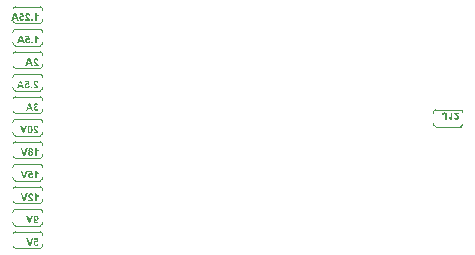
<source format=gbr>
%TF.GenerationSoftware,Altium Limited,Altium Designer,24.10.1 (45)*%
G04 Layer_Color=65535*
%FSLAX45Y45*%
%MOMM*%
%TF.SameCoordinates,F50C4461-6059-43A5-BEE7-B7ABC5EDFC2B*%
%TF.FilePolarity,Positive*%
%TF.FileFunction,Other,Bottom_Assembly*%
%TF.Part,Single*%
G01*
G75*
%TA.AperFunction,NonConductor*%
%ADD53C,0.10000*%
G36*
X6382503Y1585449D02*
X6372518D01*
X6371593Y1587575D01*
X6370391Y1589517D01*
X6369097Y1591366D01*
X6367802Y1592845D01*
X6366693Y1594047D01*
X6365676Y1594972D01*
X6365306Y1595341D01*
X6365029Y1595619D01*
X6364844Y1595711D01*
X6364751Y1595804D01*
X6362717Y1597283D01*
X6360776Y1598577D01*
X6359019Y1599594D01*
X6357447Y1600334D01*
X6356153Y1600889D01*
X6355228Y1601351D01*
X6354859Y1601444D01*
X6354581Y1601536D01*
X6354489Y1601628D01*
X6354396D01*
Y1612723D01*
X6357725Y1611429D01*
X6360683Y1610042D01*
X6362070Y1609302D01*
X6363364Y1608470D01*
X6364566Y1607731D01*
X6365676Y1606991D01*
X6366693Y1606251D01*
X6367617Y1605604D01*
X6368357Y1605049D01*
X6369004Y1604495D01*
X6369559Y1604032D01*
X6369929Y1603755D01*
X6370114Y1603570D01*
X6370206Y1603478D01*
Y1649798D01*
X6382503D01*
Y1585449D01*
D02*
G37*
G36*
X6442322Y1638426D02*
X6417914D01*
X6418653Y1637224D01*
X6419485Y1636207D01*
X6419855Y1635745D01*
X6420132Y1635375D01*
X6420317Y1635190D01*
X6420410Y1635098D01*
X6420780Y1634728D01*
X6421149Y1634265D01*
X6422259Y1633248D01*
X6423461Y1632047D01*
X6424663Y1630845D01*
X6425865Y1629735D01*
X6426882Y1628811D01*
X6427252Y1628441D01*
X6427529Y1628163D01*
X6427714Y1628071D01*
X6427806Y1627978D01*
X6429840Y1626037D01*
X6431505Y1624465D01*
X6432891Y1622986D01*
X6434001Y1621876D01*
X6434833Y1620952D01*
X6435388Y1620305D01*
X6435758Y1619842D01*
X6435850Y1619750D01*
X6437052Y1618178D01*
X6438069Y1616699D01*
X6438901Y1615312D01*
X6439548Y1614110D01*
X6440103Y1613093D01*
X6440473Y1612261D01*
X6440658Y1611799D01*
X6440750Y1611614D01*
X6441305Y1610134D01*
X6441675Y1608655D01*
X6441952Y1607268D01*
X6442137Y1605974D01*
X6442229Y1604957D01*
X6442322Y1604125D01*
Y1603570D01*
Y1603385D01*
X6442229Y1601998D01*
X6442045Y1600611D01*
X6441860Y1599317D01*
X6441490Y1598115D01*
X6440565Y1595989D01*
X6439641Y1594140D01*
X6439086Y1593307D01*
X6438624Y1592660D01*
X6438161Y1592013D01*
X6437699Y1591551D01*
X6437329Y1591181D01*
X6437144Y1590811D01*
X6436959Y1590719D01*
X6436867Y1590626D01*
X6435850Y1589702D01*
X6434648Y1588870D01*
X6433539Y1588222D01*
X6432244Y1587668D01*
X6429840Y1586743D01*
X6427436Y1586096D01*
X6426327Y1585911D01*
X6425310Y1585726D01*
X6424385Y1585634D01*
X6423553Y1585541D01*
X6422906Y1585449D01*
X6421982D01*
X6420410Y1585541D01*
X6418931Y1585634D01*
X6416064Y1586096D01*
X6413661Y1586836D01*
X6412551Y1587205D01*
X6411534Y1587668D01*
X6410609Y1588037D01*
X6409870Y1588500D01*
X6409130Y1588870D01*
X6408575Y1589147D01*
X6408113Y1589517D01*
X6407836Y1589702D01*
X6407651Y1589794D01*
X6407558Y1589887D01*
X6406541Y1590811D01*
X6405617Y1591736D01*
X6404785Y1592845D01*
X6404045Y1594047D01*
X6402936Y1596451D01*
X6402011Y1598762D01*
X6401734Y1599964D01*
X6401456Y1600981D01*
X6401179Y1601906D01*
X6401087Y1602738D01*
X6400902Y1603478D01*
Y1603940D01*
X6400809Y1604310D01*
Y1604402D01*
X6413013Y1605604D01*
X6413198Y1603755D01*
X6413568Y1602183D01*
X6413938Y1600796D01*
X6414400Y1599779D01*
X6414770Y1598947D01*
X6415140Y1598393D01*
X6415417Y1598023D01*
X6415510Y1597930D01*
X6416434Y1597191D01*
X6417451Y1596636D01*
X6418468Y1596174D01*
X6419485Y1595896D01*
X6420317Y1595711D01*
X6421057Y1595619D01*
X6421704D01*
X6423091Y1595711D01*
X6424293Y1595989D01*
X6425310Y1596359D01*
X6426235Y1596728D01*
X6426882Y1597098D01*
X6427436Y1597468D01*
X6427714Y1597745D01*
X6427806Y1597838D01*
X6428546Y1598762D01*
X6429101Y1599779D01*
X6429471Y1600796D01*
X6429748Y1601813D01*
X6429933Y1602738D01*
X6430025Y1603570D01*
Y1604032D01*
Y1604125D01*
Y1604217D01*
X6429933Y1605604D01*
X6429655Y1606898D01*
X6429193Y1608193D01*
X6428731Y1609302D01*
X6428269Y1610319D01*
X6427806Y1611059D01*
X6427529Y1611521D01*
X6427436Y1611706D01*
X6427067Y1612261D01*
X6426512Y1612908D01*
X6425772Y1613740D01*
X6425033Y1614480D01*
X6423368Y1616237D01*
X6421704Y1617993D01*
X6420040Y1619657D01*
X6419300Y1620397D01*
X6418561Y1620952D01*
X6418006Y1621507D01*
X6417636Y1621876D01*
X6417359Y1622154D01*
X6417266Y1622246D01*
X6415417Y1624003D01*
X6413753Y1625667D01*
X6412181Y1627239D01*
X6410794Y1628626D01*
X6409500Y1630012D01*
X6408391Y1631307D01*
X6407374Y1632416D01*
X6406541Y1633526D01*
X6405802Y1634450D01*
X6405155Y1635282D01*
X6404600Y1635930D01*
X6404230Y1636577D01*
X6403860Y1636947D01*
X6403675Y1637317D01*
X6403490Y1637501D01*
Y1637594D01*
X6402288Y1639720D01*
X6401364Y1641939D01*
X6400624Y1643973D01*
X6400069Y1645822D01*
X6399700Y1647487D01*
X6399607Y1648134D01*
X6399515Y1648689D01*
X6399422Y1649151D01*
X6399330Y1649521D01*
Y1649706D01*
Y1649798D01*
X6442322D01*
Y1638426D01*
D02*
G37*
G36*
X6321759Y1650815D02*
X6324348Y1650445D01*
X6326567Y1649983D01*
X6327492Y1649613D01*
X6328416Y1649336D01*
X6329156Y1649058D01*
X6329895Y1648689D01*
X6330450Y1648411D01*
X6330912Y1648226D01*
X6331375Y1647949D01*
X6331652Y1647856D01*
X6331745Y1647672D01*
X6331837D01*
X6333594Y1646285D01*
X6334980Y1644805D01*
X6336182Y1643326D01*
X6337107Y1641939D01*
X6337847Y1640645D01*
X6338309Y1639628D01*
X6338494Y1639258D01*
X6338586Y1638981D01*
X6338679Y1638796D01*
Y1638703D01*
X6339141Y1636947D01*
X6339511Y1634913D01*
X6339788Y1632879D01*
X6339973Y1630937D01*
X6340066Y1629180D01*
X6340158Y1628348D01*
Y1627701D01*
Y1627146D01*
Y1626777D01*
Y1626499D01*
Y1626407D01*
Y1585819D01*
X6327214D01*
Y1627331D01*
Y1628718D01*
X6327122Y1630012D01*
X6327029Y1631122D01*
X6326937Y1632231D01*
X6326752Y1633156D01*
X6326659Y1633988D01*
X6326475Y1634728D01*
X6326290Y1635375D01*
X6325920Y1636392D01*
X6325642Y1637039D01*
X6325458Y1637501D01*
X6325365Y1637594D01*
X6324625Y1638426D01*
X6323701Y1638981D01*
X6322684Y1639443D01*
X6321667Y1639720D01*
X6320835Y1639905D01*
X6320095Y1639998D01*
X6319355D01*
X6317876Y1639813D01*
X6316582Y1639443D01*
X6315472Y1638888D01*
X6314640Y1638241D01*
X6313901Y1637686D01*
X6313438Y1637132D01*
X6313161Y1636762D01*
X6313068Y1636577D01*
X6312606Y1635560D01*
X6312236Y1634450D01*
X6311959Y1633156D01*
X6311774Y1631862D01*
X6311589Y1630660D01*
Y1629735D01*
X6311497Y1629365D01*
Y1629088D01*
Y1628903D01*
Y1628811D01*
X6299200Y1630197D01*
X6299292Y1632047D01*
X6299385Y1633803D01*
X6299662Y1635467D01*
X6300032Y1636947D01*
X6300402Y1638334D01*
X6300772Y1639628D01*
X6301234Y1640737D01*
X6301789Y1641847D01*
X6302251Y1642679D01*
X6302713Y1643511D01*
X6303083Y1644158D01*
X6303453Y1644713D01*
X6303823Y1645175D01*
X6304100Y1645453D01*
X6304193Y1645638D01*
X6304285Y1645730D01*
X6305302Y1646655D01*
X6306412Y1647487D01*
X6307521Y1648134D01*
X6308723Y1648781D01*
X6309925Y1649243D01*
X6311127Y1649706D01*
X6313531Y1650353D01*
X6314640Y1650538D01*
X6315657Y1650723D01*
X6316489Y1650815D01*
X6317321Y1650908D01*
X6317969Y1651000D01*
X6318893D01*
X6321759Y1650815D01*
D02*
G37*
G36*
X2881420Y551673D02*
X2871528Y550286D01*
X2870696Y551118D01*
X2869863Y551858D01*
X2869031Y552505D01*
X2868199Y553060D01*
X2866627Y553892D01*
X2865148Y554446D01*
X2863854Y554724D01*
X2862929Y554909D01*
X2862559Y555001D01*
X2862005D01*
X2860525Y554909D01*
X2859139Y554539D01*
X2857937Y554077D01*
X2856920Y553522D01*
X2856180Y552875D01*
X2855533Y552412D01*
X2855163Y552043D01*
X2855070Y551950D01*
X2854146Y550748D01*
X2853499Y549361D01*
X2853036Y547882D01*
X2852759Y546403D01*
X2852482Y545108D01*
X2852389Y544091D01*
Y543629D01*
Y543352D01*
Y543167D01*
Y543074D01*
X2852482Y540855D01*
X2852759Y538914D01*
X2853221Y537342D01*
X2853684Y536048D01*
X2854238Y534938D01*
X2854608Y534199D01*
X2854978Y533829D01*
X2855070Y533644D01*
X2856088Y532627D01*
X2857197Y531795D01*
X2858306Y531240D01*
X2859323Y530870D01*
X2860248Y530685D01*
X2860988Y530593D01*
X2861450Y530500D01*
X2861635D01*
X2862837Y530593D01*
X2864039Y530870D01*
X2865056Y531240D01*
X2865888Y531702D01*
X2866627Y532165D01*
X2867182Y532534D01*
X2867552Y532812D01*
X2867645Y532904D01*
X2868477Y533921D01*
X2869216Y534938D01*
X2869771Y536048D01*
X2870141Y537065D01*
X2870418Y537989D01*
X2870603Y538821D01*
X2870696Y539284D01*
Y539469D01*
X2882900Y538174D01*
X2882622Y536695D01*
X2882345Y535308D01*
X2881420Y532812D01*
X2880403Y530593D01*
X2879849Y529668D01*
X2879202Y528744D01*
X2878647Y528004D01*
X2878184Y527357D01*
X2877630Y526802D01*
X2877260Y526247D01*
X2876890Y525878D01*
X2876613Y525600D01*
X2876428Y525508D01*
X2876335Y525415D01*
X2875226Y524583D01*
X2874116Y523844D01*
X2872914Y523196D01*
X2871713Y522734D01*
X2869216Y521809D01*
X2866997Y521255D01*
X2865888Y521070D01*
X2864963Y520977D01*
X2864039Y520885D01*
X2863299Y520792D01*
X2862652Y520700D01*
X2861820D01*
X2859786Y520792D01*
X2857844Y521070D01*
X2856088Y521440D01*
X2854423Y521994D01*
X2852852Y522642D01*
X2851465Y523381D01*
X2850170Y524121D01*
X2848968Y524953D01*
X2847951Y525693D01*
X2847027Y526432D01*
X2846195Y527172D01*
X2845548Y527819D01*
X2845085Y528374D01*
X2844715Y528744D01*
X2844531Y529021D01*
X2844438Y529113D01*
X2843606Y530315D01*
X2842866Y531517D01*
X2842312Y532719D01*
X2841757Y534014D01*
X2840925Y536418D01*
X2840370Y538636D01*
X2840185Y539561D01*
X2840093Y540486D01*
X2839908Y541318D01*
Y542057D01*
X2839815Y542612D01*
Y542982D01*
Y543259D01*
Y543352D01*
X2839908Y545108D01*
X2840093Y546773D01*
X2840370Y548344D01*
X2840740Y549824D01*
X2841110Y551118D01*
X2841664Y552412D01*
X2842127Y553614D01*
X2842681Y554631D01*
X2843236Y555556D01*
X2843698Y556388D01*
X2844253Y557128D01*
X2844623Y557682D01*
X2844993Y558145D01*
X2845270Y558515D01*
X2845455Y558699D01*
X2845548Y558792D01*
X2846657Y559809D01*
X2847766Y560733D01*
X2848968Y561566D01*
X2850170Y562305D01*
X2851280Y562860D01*
X2852482Y563322D01*
X2854608Y564062D01*
X2855625Y564339D01*
X2856550Y564524D01*
X2857382Y564617D01*
X2858029Y564709D01*
X2858584Y564802D01*
X2859416D01*
X2860988Y564709D01*
X2862559Y564432D01*
X2863946Y564154D01*
X2865241Y563784D01*
X2866258Y563322D01*
X2867090Y563045D01*
X2867645Y562767D01*
X2867737Y562675D01*
X2867829D01*
X2865888Y573585D01*
X2842681D01*
Y585049D01*
X2875133D01*
X2881420Y551673D01*
D02*
G37*
G36*
X2814205Y521902D02*
X2800244D01*
X2777500Y585881D01*
X2791276D01*
X2806901Y538544D01*
X2823173Y585881D01*
X2837134D01*
X2814205Y521902D01*
D02*
G37*
G36*
X2864131Y776659D02*
X2865610Y776474D01*
X2867090Y776197D01*
X2868477Y775827D01*
X2869771Y775364D01*
X2870973Y774810D01*
X2872175Y774347D01*
X2873099Y773793D01*
X2874024Y773146D01*
X2874856Y772683D01*
X2875503Y772129D01*
X2876150Y771666D01*
X2876613Y771296D01*
X2876890Y771019D01*
X2877075Y770834D01*
X2877167Y770742D01*
X2878184Y769540D01*
X2879017Y768338D01*
X2879849Y767043D01*
X2880496Y765749D01*
X2881051Y764455D01*
X2881513Y763068D01*
X2882160Y760572D01*
X2882437Y759462D01*
X2882622Y758353D01*
X2882715Y757428D01*
X2882807Y756596D01*
X2882900Y755856D01*
Y755394D01*
Y755024D01*
Y754932D01*
X2882807Y753267D01*
X2882622Y751603D01*
X2882437Y750032D01*
X2882068Y748645D01*
X2881605Y747258D01*
X2881143Y746056D01*
X2880681Y744854D01*
X2880126Y743837D01*
X2879664Y742912D01*
X2879202Y742080D01*
X2878739Y741433D01*
X2878277Y740786D01*
X2877907Y740416D01*
X2877722Y740046D01*
X2877537Y739861D01*
X2877445Y739769D01*
X2876428Y738752D01*
X2875318Y737827D01*
X2874209Y737088D01*
X2873099Y736440D01*
X2871990Y735886D01*
X2870973Y735331D01*
X2868939Y734684D01*
X2867182Y734222D01*
X2866443Y734129D01*
X2865795Y734037D01*
X2865241Y733944D01*
X2864501D01*
X2863207Y734037D01*
X2862005Y734222D01*
X2860895Y734406D01*
X2859786Y734776D01*
X2857752Y735608D01*
X2856088Y736625D01*
X2854793Y737642D01*
X2854238Y738105D01*
X2853776Y738475D01*
X2853406Y738844D01*
X2853129Y739122D01*
X2853036Y739214D01*
X2852944Y739307D01*
X2853129Y737365D01*
X2853314Y735516D01*
X2853499Y733852D01*
X2853776Y732372D01*
X2854053Y731078D01*
X2854331Y729876D01*
X2854608Y728859D01*
X2854886Y727935D01*
X2855255Y727102D01*
X2855440Y726455D01*
X2855718Y725901D01*
X2855903Y725531D01*
X2856088Y725161D01*
X2856272Y724976D01*
X2856365Y724791D01*
X2857382Y723682D01*
X2858491Y722849D01*
X2859508Y722202D01*
X2860525Y721832D01*
X2861450Y721555D01*
X2862097Y721463D01*
X2862559Y721370D01*
X2862744D01*
X2863761Y721463D01*
X2864778Y721648D01*
X2865518Y721925D01*
X2866258Y722202D01*
X2866812Y722480D01*
X2867182Y722757D01*
X2867460Y722942D01*
X2867552Y723034D01*
X2868199Y723774D01*
X2868662Y724606D01*
X2869031Y725531D01*
X2869309Y726455D01*
X2869586Y727195D01*
X2869679Y727842D01*
X2869771Y728304D01*
Y728489D01*
X2881605Y727102D01*
X2881328Y725623D01*
X2880958Y724329D01*
X2880588Y723034D01*
X2880126Y721925D01*
X2879664Y720815D01*
X2879202Y719798D01*
X2878647Y718966D01*
X2878184Y718134D01*
X2877630Y717487D01*
X2877260Y716840D01*
X2876798Y716378D01*
X2876428Y715915D01*
X2876150Y715638D01*
X2875873Y715361D01*
X2875781Y715268D01*
X2875688Y715176D01*
X2874764Y714436D01*
X2873839Y713881D01*
X2871805Y712864D01*
X2869863Y712217D01*
X2867922Y711662D01*
X2866165Y711385D01*
X2865426Y711292D01*
X2864778D01*
X2864316Y711200D01*
X2863576D01*
X2861635Y711292D01*
X2859878Y711570D01*
X2858214Y711940D01*
X2856550Y712402D01*
X2855070Y713049D01*
X2853684Y713696D01*
X2852389Y714344D01*
X2851280Y715083D01*
X2850263Y715823D01*
X2849338Y716470D01*
X2848599Y717210D01*
X2847951Y717764D01*
X2847397Y718227D01*
X2847027Y718596D01*
X2846842Y718874D01*
X2846749Y718966D01*
X2845548Y720538D01*
X2844623Y722295D01*
X2843698Y724236D01*
X2842959Y726178D01*
X2842312Y728304D01*
X2841757Y730431D01*
X2841387Y732465D01*
X2841017Y734591D01*
X2840740Y736533D01*
X2840555Y738290D01*
X2840370Y739954D01*
X2840278Y741433D01*
X2840185Y742635D01*
Y743560D01*
Y743837D01*
Y744114D01*
Y744207D01*
Y744299D01*
X2840278Y747443D01*
X2840462Y750309D01*
X2840740Y752990D01*
X2841202Y755486D01*
X2841664Y757705D01*
X2842127Y759739D01*
X2842774Y761589D01*
X2843329Y763253D01*
X2843883Y764640D01*
X2844438Y765841D01*
X2844993Y766859D01*
X2845455Y767691D01*
X2845917Y768338D01*
X2846195Y768800D01*
X2846380Y769077D01*
X2846472Y769170D01*
X2847674Y770464D01*
X2848968Y771666D01*
X2850263Y772683D01*
X2851557Y773515D01*
X2852944Y774255D01*
X2854238Y774902D01*
X2855533Y775364D01*
X2856827Y775827D01*
X2857937Y776104D01*
X2859046Y776381D01*
X2859971Y776566D01*
X2860803Y776659D01*
X2861542D01*
X2862005Y776751D01*
X2862467D01*
X2864131Y776659D01*
D02*
G37*
G36*
X2813095Y712402D02*
X2799135D01*
X2776390Y776381D01*
X2790166D01*
X2805791Y729044D01*
X2822064Y776381D01*
X2836025D01*
X2813095Y712402D01*
D02*
G37*
G36*
X2816886Y965957D02*
X2818365Y965865D01*
X2821232Y965402D01*
X2823635Y964663D01*
X2824745Y964293D01*
X2825762Y963831D01*
X2826686Y963461D01*
X2827426Y962999D01*
X2828166Y962629D01*
X2828721Y962351D01*
X2829183Y961982D01*
X2829460Y961797D01*
X2829645Y961704D01*
X2829738Y961612D01*
X2830755Y960687D01*
X2831679Y959763D01*
X2832511Y958653D01*
X2833251Y957451D01*
X2834360Y955047D01*
X2835285Y952736D01*
X2835562Y951534D01*
X2835840Y950517D01*
X2836117Y949592D01*
X2836209Y948760D01*
X2836394Y948021D01*
Y947558D01*
X2836487Y947189D01*
Y947096D01*
X2824283Y945894D01*
X2824098Y947743D01*
X2823728Y949315D01*
X2823358Y950702D01*
X2822896Y951719D01*
X2822526Y952551D01*
X2822156Y953106D01*
X2821879Y953476D01*
X2821786Y953568D01*
X2820862Y954308D01*
X2819845Y954862D01*
X2818828Y955325D01*
X2817811Y955602D01*
X2816979Y955787D01*
X2816239Y955879D01*
X2815592D01*
X2814205Y955787D01*
X2813003Y955510D01*
X2811986Y955140D01*
X2811061Y954770D01*
X2810414Y954400D01*
X2809860Y954030D01*
X2809582Y953753D01*
X2809490Y953661D01*
X2808750Y952736D01*
X2808195Y951719D01*
X2807825Y950702D01*
X2807548Y949685D01*
X2807363Y948760D01*
X2807271Y947928D01*
Y947466D01*
Y947374D01*
Y947281D01*
X2807363Y945894D01*
X2807641Y944600D01*
X2808103Y943305D01*
X2808565Y942196D01*
X2809027Y941179D01*
X2809490Y940439D01*
X2809767Y939977D01*
X2809860Y939792D01*
X2810229Y939237D01*
X2810784Y938590D01*
X2811524Y937758D01*
X2812263Y937018D01*
X2813928Y935262D01*
X2815592Y933505D01*
X2817256Y931841D01*
X2817996Y931101D01*
X2818735Y930547D01*
X2819290Y929992D01*
X2819660Y929622D01*
X2819937Y929345D01*
X2820030Y929252D01*
X2821879Y927495D01*
X2823543Y925831D01*
X2825115Y924260D01*
X2826502Y922873D01*
X2827796Y921486D01*
X2828905Y920191D01*
X2829922Y919082D01*
X2830755Y917973D01*
X2831494Y917048D01*
X2832141Y916216D01*
X2832696Y915569D01*
X2833066Y914921D01*
X2833436Y914552D01*
X2833621Y914182D01*
X2833806Y913997D01*
Y913904D01*
X2835008Y911778D01*
X2835932Y909559D01*
X2836672Y907525D01*
X2837226Y905676D01*
X2837596Y904012D01*
X2837689Y903364D01*
X2837781Y902810D01*
X2837874Y902347D01*
X2837966Y901978D01*
Y901793D01*
Y901700D01*
X2794974D01*
Y913072D01*
X2819382D01*
X2818643Y914274D01*
X2817811Y915291D01*
X2817441Y915754D01*
X2817164Y916123D01*
X2816979Y916308D01*
X2816886Y916401D01*
X2816516Y916771D01*
X2816147Y917233D01*
X2815037Y918250D01*
X2813835Y919452D01*
X2812633Y920654D01*
X2811431Y921763D01*
X2810414Y922688D01*
X2810044Y923058D01*
X2809767Y923335D01*
X2809582Y923427D01*
X2809490Y923520D01*
X2807456Y925461D01*
X2805791Y927033D01*
X2804405Y928512D01*
X2803295Y929622D01*
X2802463Y930547D01*
X2801908Y931194D01*
X2801538Y931656D01*
X2801446Y931748D01*
X2800244Y933320D01*
X2799227Y934800D01*
X2798395Y936186D01*
X2797748Y937388D01*
X2797193Y938405D01*
X2796823Y939237D01*
X2796638Y939700D01*
X2796546Y939885D01*
X2795991Y941364D01*
X2795621Y942843D01*
X2795344Y944230D01*
X2795159Y945524D01*
X2795067Y946541D01*
X2794974Y947374D01*
Y947928D01*
Y948113D01*
X2795067Y949500D01*
X2795251Y950887D01*
X2795436Y952181D01*
X2795806Y953383D01*
X2796731Y955510D01*
X2797655Y957359D01*
X2798210Y958191D01*
X2798672Y958838D01*
X2799135Y959485D01*
X2799597Y959948D01*
X2799967Y960317D01*
X2800152Y960687D01*
X2800337Y960780D01*
X2800429Y960872D01*
X2801446Y961797D01*
X2802648Y962629D01*
X2803757Y963276D01*
X2805052Y963831D01*
X2807456Y964755D01*
X2809860Y965402D01*
X2810969Y965587D01*
X2811986Y965772D01*
X2812911Y965865D01*
X2813743Y965957D01*
X2814390Y966050D01*
X2815314D01*
X2816886Y965957D01*
D02*
G37*
G36*
X2865703Y963923D02*
X2866905Y961982D01*
X2868199Y960132D01*
X2869494Y958653D01*
X2870603Y957451D01*
X2871620Y956527D01*
X2871990Y956157D01*
X2872267Y955879D01*
X2872452Y955787D01*
X2872545Y955695D01*
X2874579Y954215D01*
X2876520Y952921D01*
X2878277Y951904D01*
X2879849Y951164D01*
X2881143Y950609D01*
X2882068Y950147D01*
X2882437Y950055D01*
X2882715Y949962D01*
X2882807Y949870D01*
X2882900D01*
Y938775D01*
X2879571Y940069D01*
X2876613Y941456D01*
X2875226Y942196D01*
X2873932Y943028D01*
X2872730Y943768D01*
X2871620Y944507D01*
X2870603Y945247D01*
X2869679Y945894D01*
X2868939Y946449D01*
X2868292Y947004D01*
X2867737Y947466D01*
X2867367Y947743D01*
X2867182Y947928D01*
X2867090Y948021D01*
Y901700D01*
X2854793D01*
Y966050D01*
X2864778D01*
X2865703Y963923D01*
D02*
G37*
G36*
X2767515Y901700D02*
X2753554D01*
X2730810Y965680D01*
X2744586D01*
X2760211Y918342D01*
X2776483Y965680D01*
X2790444D01*
X2767515Y901700D01*
D02*
G37*
G36*
X2834730Y1123173D02*
X2824837Y1121786D01*
X2824005Y1122618D01*
X2823173Y1123358D01*
X2822341Y1124005D01*
X2821509Y1124560D01*
X2819937Y1125392D01*
X2818458Y1125947D01*
X2817164Y1126224D01*
X2816239Y1126409D01*
X2815869Y1126501D01*
X2815314D01*
X2813835Y1126409D01*
X2812448Y1126039D01*
X2811246Y1125577D01*
X2810229Y1125022D01*
X2809490Y1124375D01*
X2808842Y1123913D01*
X2808473Y1123543D01*
X2808380Y1123450D01*
X2807456Y1122248D01*
X2806808Y1120862D01*
X2806346Y1119382D01*
X2806069Y1117903D01*
X2805791Y1116609D01*
X2805699Y1115592D01*
Y1115129D01*
Y1114852D01*
Y1114667D01*
Y1114575D01*
X2805791Y1112356D01*
X2806069Y1110414D01*
X2806531Y1108842D01*
X2806993Y1107548D01*
X2807548Y1106438D01*
X2807918Y1105699D01*
X2808288Y1105329D01*
X2808380Y1105144D01*
X2809397Y1104127D01*
X2810507Y1103295D01*
X2811616Y1102740D01*
X2812633Y1102370D01*
X2813558Y1102186D01*
X2814297Y1102093D01*
X2814760Y1102001D01*
X2814945D01*
X2816147Y1102093D01*
X2817348Y1102370D01*
X2818365Y1102740D01*
X2819198Y1103203D01*
X2819937Y1103665D01*
X2820492Y1104035D01*
X2820862Y1104312D01*
X2820954Y1104404D01*
X2821786Y1105421D01*
X2822526Y1106438D01*
X2823081Y1107548D01*
X2823451Y1108565D01*
X2823728Y1109490D01*
X2823913Y1110322D01*
X2824005Y1110784D01*
Y1110969D01*
X2836209Y1109674D01*
X2835932Y1108195D01*
X2835655Y1106808D01*
X2834730Y1104312D01*
X2833713Y1102093D01*
X2833158Y1101168D01*
X2832511Y1100244D01*
X2831956Y1099504D01*
X2831494Y1098857D01*
X2830939Y1098302D01*
X2830570Y1097748D01*
X2830200Y1097378D01*
X2829922Y1097100D01*
X2829738Y1097008D01*
X2829645Y1096916D01*
X2828536Y1096083D01*
X2827426Y1095344D01*
X2826224Y1094697D01*
X2825022Y1094234D01*
X2822526Y1093310D01*
X2820307Y1092755D01*
X2819198Y1092570D01*
X2818273Y1092478D01*
X2817348Y1092385D01*
X2816609Y1092293D01*
X2815962Y1092200D01*
X2815129D01*
X2813095Y1092293D01*
X2811154Y1092570D01*
X2809397Y1092940D01*
X2807733Y1093495D01*
X2806161Y1094142D01*
X2804774Y1094881D01*
X2803480Y1095621D01*
X2802278Y1096453D01*
X2801261Y1097193D01*
X2800337Y1097933D01*
X2799504Y1098672D01*
X2798857Y1099319D01*
X2798395Y1099874D01*
X2798025Y1100244D01*
X2797840Y1100521D01*
X2797748Y1100614D01*
X2796916Y1101816D01*
X2796176Y1103018D01*
X2795621Y1104220D01*
X2795067Y1105514D01*
X2794234Y1107918D01*
X2793680Y1110137D01*
X2793495Y1111061D01*
X2793402Y1111986D01*
X2793217Y1112818D01*
Y1113558D01*
X2793125Y1114112D01*
Y1114482D01*
Y1114760D01*
Y1114852D01*
X2793217Y1116609D01*
X2793402Y1118273D01*
X2793680Y1119845D01*
X2794050Y1121324D01*
X2794419Y1122618D01*
X2794974Y1123913D01*
X2795436Y1125115D01*
X2795991Y1126132D01*
X2796546Y1127056D01*
X2797008Y1127888D01*
X2797563Y1128628D01*
X2797933Y1129183D01*
X2798303Y1129645D01*
X2798580Y1130015D01*
X2798765Y1130200D01*
X2798857Y1130292D01*
X2799967Y1131309D01*
X2801076Y1132234D01*
X2802278Y1133066D01*
X2803480Y1133805D01*
X2804590Y1134360D01*
X2805791Y1134822D01*
X2807918Y1135562D01*
X2808935Y1135839D01*
X2809860Y1136024D01*
X2810692Y1136117D01*
X2811339Y1136209D01*
X2811894Y1136302D01*
X2812726D01*
X2814297Y1136209D01*
X2815869Y1135932D01*
X2817256Y1135655D01*
X2818550Y1135285D01*
X2819567Y1134822D01*
X2820399Y1134545D01*
X2820954Y1134268D01*
X2821047Y1134175D01*
X2821139D01*
X2819198Y1145085D01*
X2795991D01*
Y1156550D01*
X2828443D01*
X2834730Y1123173D01*
D02*
G37*
G36*
X2865703Y1155625D02*
X2866905Y1153683D01*
X2868199Y1151834D01*
X2869494Y1150355D01*
X2870603Y1149153D01*
X2871620Y1148229D01*
X2871990Y1147859D01*
X2872267Y1147581D01*
X2872452Y1147489D01*
X2872545Y1147396D01*
X2874579Y1145917D01*
X2876520Y1144623D01*
X2878277Y1143606D01*
X2879849Y1142866D01*
X2881143Y1142311D01*
X2882068Y1141849D01*
X2882437Y1141757D01*
X2882715Y1141664D01*
X2882807Y1141572D01*
X2882900D01*
Y1130477D01*
X2879571Y1131771D01*
X2876613Y1133158D01*
X2875226Y1133898D01*
X2873932Y1134730D01*
X2872730Y1135470D01*
X2871620Y1136209D01*
X2870603Y1136949D01*
X2869679Y1137596D01*
X2868939Y1138151D01*
X2868292Y1138706D01*
X2867737Y1139168D01*
X2867367Y1139445D01*
X2867182Y1139630D01*
X2867090Y1139723D01*
Y1093402D01*
X2854793D01*
Y1157752D01*
X2864778D01*
X2865703Y1155625D01*
D02*
G37*
G36*
X2767515Y1093402D02*
X2753554D01*
X2730810Y1157382D01*
X2744586D01*
X2760211Y1110044D01*
X2776483Y1157382D01*
X2790444D01*
X2767515Y1093402D01*
D02*
G37*
G36*
X2865703Y1346125D02*
X2866905Y1344183D01*
X2868199Y1342334D01*
X2869494Y1340855D01*
X2870603Y1339653D01*
X2871620Y1338729D01*
X2871990Y1338359D01*
X2872267Y1338081D01*
X2872452Y1337989D01*
X2872545Y1337896D01*
X2874579Y1336417D01*
X2876520Y1335123D01*
X2878277Y1334106D01*
X2879849Y1333366D01*
X2881143Y1332811D01*
X2882068Y1332349D01*
X2882437Y1332257D01*
X2882715Y1332164D01*
X2882807Y1332072D01*
X2882900D01*
Y1320977D01*
X2879571Y1322271D01*
X2876613Y1323658D01*
X2875226Y1324398D01*
X2873932Y1325230D01*
X2872730Y1325970D01*
X2871620Y1326709D01*
X2870603Y1327449D01*
X2869679Y1328096D01*
X2868939Y1328651D01*
X2868292Y1329206D01*
X2867737Y1329668D01*
X2867367Y1329945D01*
X2867182Y1330130D01*
X2867090Y1330223D01*
Y1283902D01*
X2854793D01*
Y1348252D01*
X2864778D01*
X2865703Y1346125D01*
D02*
G37*
G36*
X2767515Y1283902D02*
X2753554D01*
X2730810Y1347882D01*
X2744586D01*
X2760211Y1300544D01*
X2776483Y1347882D01*
X2790444D01*
X2767515Y1283902D01*
D02*
G37*
G36*
X2817441Y1348159D02*
X2819013Y1348067D01*
X2820492Y1347789D01*
X2821879Y1347512D01*
X2823173Y1347142D01*
X2824375Y1346772D01*
X2825392Y1346310D01*
X2826317Y1345940D01*
X2827241Y1345478D01*
X2827981Y1345016D01*
X2828536Y1344646D01*
X2829090Y1344276D01*
X2829460Y1343999D01*
X2829738Y1343721D01*
X2829922Y1343629D01*
X2830015Y1343536D01*
X2830847Y1342612D01*
X2831679Y1341687D01*
X2832326Y1340670D01*
X2832881Y1339746D01*
X2833806Y1337712D01*
X2834360Y1335862D01*
X2834730Y1334198D01*
X2834823Y1333459D01*
X2834915Y1332904D01*
X2835008Y1332349D01*
Y1331979D01*
Y1331794D01*
Y1331702D01*
X2834915Y1330130D01*
X2834638Y1328743D01*
X2834360Y1327357D01*
X2833898Y1326247D01*
X2833528Y1325230D01*
X2833251Y1324583D01*
X2832974Y1324121D01*
X2832881Y1323936D01*
X2831956Y1322734D01*
X2830847Y1321624D01*
X2829738Y1320700D01*
X2828536Y1319868D01*
X2827519Y1319313D01*
X2826686Y1318851D01*
X2826132Y1318573D01*
X2826039Y1318481D01*
X2825947D01*
X2827888Y1317464D01*
X2829553Y1316447D01*
X2830939Y1315337D01*
X2832049Y1314228D01*
X2832974Y1313211D01*
X2833621Y1312471D01*
X2833991Y1311916D01*
X2834083Y1311824D01*
Y1311731D01*
X2834915Y1310067D01*
X2835562Y1308403D01*
X2835932Y1306739D01*
X2836302Y1305260D01*
X2836487Y1304058D01*
X2836579Y1303041D01*
Y1302671D01*
Y1302393D01*
Y1302208D01*
Y1302116D01*
X2836487Y1300359D01*
X2836302Y1298788D01*
X2835932Y1297216D01*
X2835470Y1295829D01*
X2835008Y1294442D01*
X2834453Y1293240D01*
X2833806Y1292131D01*
X2833158Y1291114D01*
X2832511Y1290282D01*
X2831864Y1289450D01*
X2831309Y1288802D01*
X2830847Y1288248D01*
X2830385Y1287785D01*
X2830015Y1287508D01*
X2829830Y1287323D01*
X2829738Y1287231D01*
X2828628Y1286398D01*
X2827426Y1285751D01*
X2826224Y1285104D01*
X2825022Y1284642D01*
X2822618Y1283810D01*
X2820307Y1283255D01*
X2819198Y1283070D01*
X2818273Y1282978D01*
X2817441Y1282885D01*
X2816701Y1282793D01*
X2816054Y1282700D01*
X2815222D01*
X2813465Y1282793D01*
X2811894Y1282978D01*
X2810322Y1283255D01*
X2808842Y1283532D01*
X2807548Y1283995D01*
X2806346Y1284457D01*
X2805144Y1284919D01*
X2804127Y1285474D01*
X2803203Y1286029D01*
X2802463Y1286491D01*
X2801723Y1286953D01*
X2801169Y1287416D01*
X2800706Y1287693D01*
X2800429Y1287970D01*
X2800244Y1288155D01*
X2800152Y1288248D01*
X2799135Y1289357D01*
X2798303Y1290467D01*
X2797470Y1291668D01*
X2796823Y1292870D01*
X2796268Y1294072D01*
X2795806Y1295274D01*
X2795159Y1297586D01*
X2794882Y1298603D01*
X2794697Y1299527D01*
X2794604Y1300452D01*
X2794512Y1301191D01*
X2794419Y1301839D01*
Y1302301D01*
Y1302578D01*
Y1302671D01*
X2794512Y1304612D01*
X2794882Y1306369D01*
X2795251Y1308033D01*
X2795806Y1309420D01*
X2796268Y1310530D01*
X2796731Y1311362D01*
X2797101Y1311916D01*
X2797193Y1312101D01*
X2798303Y1313581D01*
X2799597Y1314875D01*
X2800984Y1315984D01*
X2802278Y1316817D01*
X2803480Y1317556D01*
X2804405Y1318111D01*
X2804774Y1318296D01*
X2805052Y1318388D01*
X2805237Y1318481D01*
X2805329D01*
X2803850Y1319220D01*
X2802555Y1320052D01*
X2801446Y1320885D01*
X2800521Y1321809D01*
X2799782Y1322549D01*
X2799320Y1323196D01*
X2798950Y1323566D01*
X2798857Y1323751D01*
X2798025Y1325138D01*
X2797470Y1326524D01*
X2797008Y1327819D01*
X2796731Y1329021D01*
X2796546Y1330130D01*
X2796453Y1330962D01*
Y1331517D01*
Y1331609D01*
Y1331702D01*
X2796546Y1332996D01*
X2796638Y1334291D01*
X2797285Y1336602D01*
X2798025Y1338544D01*
X2798950Y1340300D01*
X2799967Y1341687D01*
X2800337Y1342242D01*
X2800706Y1342704D01*
X2801076Y1343074D01*
X2801354Y1343351D01*
X2801446Y1343444D01*
X2801538Y1343536D01*
X2802555Y1344368D01*
X2803572Y1345108D01*
X2804774Y1345755D01*
X2805884Y1346310D01*
X2808288Y1347142D01*
X2810599Y1347697D01*
X2811616Y1347882D01*
X2812633Y1347974D01*
X2813465Y1348067D01*
X2814297Y1348159D01*
X2814852Y1348252D01*
X2815777D01*
X2817441Y1348159D01*
D02*
G37*
G36*
X2861820Y1538659D02*
X2863299Y1538566D01*
X2866165Y1538104D01*
X2868569Y1537364D01*
X2869679Y1536995D01*
X2870696Y1536532D01*
X2871620Y1536163D01*
X2872360Y1535700D01*
X2873099Y1535330D01*
X2873654Y1535053D01*
X2874116Y1534683D01*
X2874394Y1534498D01*
X2874579Y1534406D01*
X2874671Y1534313D01*
X2875688Y1533389D01*
X2876613Y1532464D01*
X2877445Y1531355D01*
X2878184Y1530153D01*
X2879294Y1527749D01*
X2880219Y1525438D01*
X2880496Y1524236D01*
X2880773Y1523219D01*
X2881051Y1522294D01*
X2881143Y1521462D01*
X2881328Y1520722D01*
Y1520260D01*
X2881420Y1519890D01*
Y1519798D01*
X2869216Y1518596D01*
X2869031Y1520445D01*
X2868662Y1522017D01*
X2868292Y1523404D01*
X2867829Y1524421D01*
X2867460Y1525253D01*
X2867090Y1525807D01*
X2866812Y1526177D01*
X2866720Y1526270D01*
X2865795Y1527009D01*
X2864778Y1527564D01*
X2863761Y1528026D01*
X2862744Y1528304D01*
X2861912Y1528489D01*
X2861173Y1528581D01*
X2860525D01*
X2859139Y1528489D01*
X2857937Y1528211D01*
X2856920Y1527841D01*
X2855995Y1527472D01*
X2855348Y1527102D01*
X2854793Y1526732D01*
X2854516Y1526455D01*
X2854423Y1526362D01*
X2853684Y1525438D01*
X2853129Y1524421D01*
X2852759Y1523404D01*
X2852482Y1522387D01*
X2852297Y1521462D01*
X2852204Y1520630D01*
Y1520168D01*
Y1520075D01*
Y1519983D01*
X2852297Y1518596D01*
X2852574Y1517302D01*
X2853036Y1516007D01*
X2853499Y1514898D01*
X2853961Y1513881D01*
X2854423Y1513141D01*
X2854701Y1512679D01*
X2854793Y1512494D01*
X2855163Y1511939D01*
X2855718Y1511292D01*
X2856457Y1510460D01*
X2857197Y1509720D01*
X2858861Y1507963D01*
X2860525Y1506207D01*
X2862190Y1504543D01*
X2862929Y1503803D01*
X2863669Y1503248D01*
X2864224Y1502693D01*
X2864593Y1502324D01*
X2864871Y1502046D01*
X2864963Y1501954D01*
X2866812Y1500197D01*
X2868477Y1498533D01*
X2870048Y1496961D01*
X2871435Y1495574D01*
X2872730Y1494188D01*
X2873839Y1492893D01*
X2874856Y1491784D01*
X2875688Y1490674D01*
X2876428Y1489750D01*
X2877075Y1488918D01*
X2877630Y1488270D01*
X2878000Y1487623D01*
X2878369Y1487253D01*
X2878554Y1486883D01*
X2878739Y1486699D01*
Y1486606D01*
X2879941Y1484480D01*
X2880866Y1482261D01*
X2881605Y1480227D01*
X2882160Y1478378D01*
X2882530Y1476713D01*
X2882622Y1476066D01*
X2882715Y1475511D01*
X2882807Y1475049D01*
X2882900Y1474679D01*
Y1474494D01*
Y1474402D01*
X2839908D01*
Y1485774D01*
X2864316D01*
X2863576Y1486976D01*
X2862744Y1487993D01*
X2862375Y1488455D01*
X2862097Y1488825D01*
X2861912Y1489010D01*
X2861820Y1489102D01*
X2861450Y1489472D01*
X2861080Y1489935D01*
X2859971Y1490952D01*
X2858769Y1492153D01*
X2857567Y1493355D01*
X2856365Y1494465D01*
X2855348Y1495389D01*
X2854978Y1495759D01*
X2854701Y1496037D01*
X2854516Y1496129D01*
X2854423Y1496222D01*
X2852389Y1498163D01*
X2850725Y1499735D01*
X2849338Y1501214D01*
X2848229Y1502324D01*
X2847397Y1503248D01*
X2846842Y1503895D01*
X2846472Y1504358D01*
X2846380Y1504450D01*
X2845178Y1506022D01*
X2844161Y1507501D01*
X2843329Y1508888D01*
X2842681Y1510090D01*
X2842127Y1511107D01*
X2841757Y1511939D01*
X2841572Y1512401D01*
X2841479Y1512586D01*
X2840925Y1514066D01*
X2840555Y1515545D01*
X2840278Y1516932D01*
X2840093Y1518226D01*
X2840000Y1519243D01*
X2839908Y1520075D01*
Y1520630D01*
Y1520815D01*
X2840000Y1522202D01*
X2840185Y1523589D01*
X2840370Y1524883D01*
X2840740Y1526085D01*
X2841664Y1528211D01*
X2842589Y1530060D01*
X2843144Y1530893D01*
X2843606Y1531540D01*
X2844068Y1532187D01*
X2844531Y1532649D01*
X2844900Y1533019D01*
X2845085Y1533389D01*
X2845270Y1533481D01*
X2845363Y1533574D01*
X2846380Y1534498D01*
X2847582Y1535330D01*
X2848691Y1535978D01*
X2849985Y1536532D01*
X2852389Y1537457D01*
X2854793Y1538104D01*
X2855903Y1538289D01*
X2856920Y1538474D01*
X2857844Y1538566D01*
X2858676Y1538659D01*
X2859323Y1538751D01*
X2860248D01*
X2861820Y1538659D01*
D02*
G37*
G36*
X2762707Y1474402D02*
X2748746D01*
X2726002Y1538381D01*
X2739778D01*
X2755403Y1491044D01*
X2771675Y1538381D01*
X2785636D01*
X2762707Y1474402D01*
D02*
G37*
G36*
X2812541Y1538659D02*
X2814112Y1538474D01*
X2815684Y1538104D01*
X2817071Y1537734D01*
X2818365Y1537180D01*
X2819567Y1536625D01*
X2820584Y1536070D01*
X2821601Y1535423D01*
X2822434Y1534776D01*
X2823266Y1534221D01*
X2823913Y1533666D01*
X2824375Y1533111D01*
X2824837Y1532742D01*
X2825115Y1532372D01*
X2825300Y1532187D01*
X2825392Y1532094D01*
X2826502Y1530523D01*
X2827426Y1528674D01*
X2828258Y1526732D01*
X2828998Y1524698D01*
X2829553Y1522572D01*
X2830107Y1520353D01*
X2830477Y1518226D01*
X2830847Y1516100D01*
X2831032Y1514066D01*
X2831217Y1512216D01*
X2831402Y1510460D01*
X2831494Y1508980D01*
X2831587Y1507779D01*
Y1506854D01*
Y1506484D01*
Y1506207D01*
Y1506114D01*
Y1506022D01*
X2831494Y1502693D01*
X2831309Y1499642D01*
X2831032Y1496776D01*
X2830662Y1494188D01*
X2830292Y1491876D01*
X2829830Y1489750D01*
X2829275Y1487901D01*
X2828721Y1486236D01*
X2828258Y1484849D01*
X2827704Y1483555D01*
X2827241Y1482538D01*
X2826779Y1481706D01*
X2826502Y1481151D01*
X2826224Y1480689D01*
X2826039Y1480412D01*
X2825947Y1480319D01*
X2824837Y1479025D01*
X2823635Y1478008D01*
X2822434Y1476991D01*
X2821139Y1476251D01*
X2819937Y1475511D01*
X2818643Y1474957D01*
X2817441Y1474494D01*
X2816239Y1474125D01*
X2815129Y1473755D01*
X2814112Y1473570D01*
X2813188Y1473385D01*
X2812448Y1473292D01*
X2811801D01*
X2811246Y1473200D01*
X2810877D01*
X2809212Y1473292D01*
X2807641Y1473477D01*
X2806069Y1473847D01*
X2804682Y1474217D01*
X2803388Y1474679D01*
X2802186Y1475234D01*
X2801169Y1475881D01*
X2800152Y1476528D01*
X2799320Y1477083D01*
X2798487Y1477730D01*
X2797840Y1478285D01*
X2797285Y1478747D01*
X2796916Y1479117D01*
X2796638Y1479487D01*
X2796453Y1479672D01*
X2796361Y1479764D01*
X2795251Y1481336D01*
X2794327Y1483185D01*
X2793402Y1485127D01*
X2792755Y1487253D01*
X2792108Y1489380D01*
X2791646Y1491506D01*
X2791183Y1493725D01*
X2790814Y1495852D01*
X2790629Y1497886D01*
X2790444Y1499735D01*
X2790259Y1501492D01*
X2790166Y1502971D01*
X2790074Y1504173D01*
Y1505097D01*
Y1505467D01*
Y1505745D01*
Y1505837D01*
Y1505929D01*
X2790166Y1509258D01*
X2790351Y1512309D01*
X2790629Y1515083D01*
X2791091Y1517671D01*
X2791553Y1520075D01*
X2792015Y1522202D01*
X2792663Y1524143D01*
X2793217Y1525807D01*
X2793772Y1527379D01*
X2794327Y1528581D01*
X2794882Y1529691D01*
X2795344Y1530615D01*
X2795806Y1531262D01*
X2796084Y1531725D01*
X2796268Y1532002D01*
X2796361Y1532094D01*
X2797378Y1533296D01*
X2798487Y1534313D01*
X2799689Y1535146D01*
X2800891Y1535978D01*
X2802093Y1536625D01*
X2803295Y1537087D01*
X2804405Y1537549D01*
X2805607Y1537919D01*
X2806716Y1538197D01*
X2807641Y1538381D01*
X2808565Y1538566D01*
X2809305Y1538659D01*
X2809952Y1538751D01*
X2810877D01*
X2812541Y1538659D01*
D02*
G37*
G36*
X2864224Y1729159D02*
X2865980Y1728974D01*
X2867645Y1728604D01*
X2869031Y1728234D01*
X2870141Y1727864D01*
X2871065Y1727495D01*
X2871620Y1727310D01*
X2871713Y1727217D01*
X2871805D01*
X2873284Y1726385D01*
X2874671Y1725461D01*
X2875781Y1724536D01*
X2876705Y1723704D01*
X2877445Y1722872D01*
X2878000Y1722225D01*
X2878369Y1721855D01*
X2878462Y1721670D01*
X2879294Y1720283D01*
X2880034Y1718804D01*
X2880588Y1717232D01*
X2881143Y1715753D01*
X2881513Y1714366D01*
X2881790Y1713349D01*
X2881883Y1712887D01*
Y1712609D01*
X2881975Y1712424D01*
Y1712332D01*
X2870696Y1710483D01*
X2870418Y1711962D01*
X2870048Y1713256D01*
X2869679Y1714366D01*
X2869216Y1715198D01*
X2868754Y1715938D01*
X2868384Y1716492D01*
X2868107Y1716770D01*
X2868014Y1716862D01*
X2867182Y1717602D01*
X2866258Y1718157D01*
X2865333Y1718526D01*
X2864501Y1718804D01*
X2863761Y1718989D01*
X2863207Y1719081D01*
X2862652D01*
X2861542Y1718989D01*
X2860433Y1718804D01*
X2859601Y1718434D01*
X2858861Y1718157D01*
X2858214Y1717787D01*
X2857844Y1717417D01*
X2857567Y1717232D01*
X2857474Y1717140D01*
X2856827Y1716400D01*
X2856365Y1715475D01*
X2855995Y1714643D01*
X2855810Y1713811D01*
X2855625Y1713072D01*
X2855533Y1712517D01*
Y1712147D01*
Y1711962D01*
X2855625Y1710575D01*
X2855903Y1709373D01*
X2856365Y1708356D01*
X2856827Y1707524D01*
X2857382Y1706784D01*
X2857752Y1706322D01*
X2858122Y1705952D01*
X2858214Y1705860D01*
X2859323Y1705120D01*
X2860525Y1704566D01*
X2861820Y1704196D01*
X2863022Y1703918D01*
X2864131Y1703826D01*
X2865056Y1703733D01*
X2865888D01*
X2867182Y1693841D01*
X2865980Y1694118D01*
X2864963Y1694395D01*
X2863946Y1694580D01*
X2863114Y1694673D01*
X2862467Y1694765D01*
X2861542D01*
X2860248Y1694673D01*
X2859139Y1694303D01*
X2858122Y1693933D01*
X2857197Y1693378D01*
X2856550Y1692916D01*
X2855995Y1692454D01*
X2855625Y1692084D01*
X2855533Y1691992D01*
X2854701Y1690882D01*
X2854053Y1689680D01*
X2853591Y1688478D01*
X2853221Y1687276D01*
X2853036Y1686167D01*
X2852944Y1685335D01*
Y1684780D01*
Y1684688D01*
Y1684595D01*
X2853036Y1682838D01*
X2853314Y1681267D01*
X2853776Y1679880D01*
X2854238Y1678770D01*
X2854793Y1677938D01*
X2855163Y1677291D01*
X2855533Y1676829D01*
X2855625Y1676736D01*
X2856642Y1675812D01*
X2857752Y1675072D01*
X2858769Y1674610D01*
X2859786Y1674240D01*
X2860710Y1674055D01*
X2861357Y1673963D01*
X2861820Y1673870D01*
X2862005D01*
X2863299Y1673963D01*
X2864409Y1674240D01*
X2865426Y1674610D01*
X2866350Y1675072D01*
X2866997Y1675442D01*
X2867552Y1675812D01*
X2867922Y1676089D01*
X2868014Y1676182D01*
X2868846Y1677199D01*
X2869586Y1678308D01*
X2870048Y1679510D01*
X2870511Y1680619D01*
X2870788Y1681636D01*
X2870973Y1682469D01*
X2871065Y1683023D01*
Y1683116D01*
Y1683208D01*
X2882900Y1681729D01*
X2882715Y1680250D01*
X2882345Y1678863D01*
X2881513Y1676274D01*
X2880496Y1674055D01*
X2879849Y1673131D01*
X2879294Y1672206D01*
X2878739Y1671374D01*
X2878184Y1670727D01*
X2877722Y1670079D01*
X2877260Y1669617D01*
X2876890Y1669247D01*
X2876613Y1668970D01*
X2876428Y1668785D01*
X2876335Y1668693D01*
X2875226Y1667861D01*
X2874024Y1667028D01*
X2872914Y1666381D01*
X2871620Y1665826D01*
X2869216Y1664902D01*
X2866997Y1664347D01*
X2865888Y1664162D01*
X2864963Y1663977D01*
X2864131Y1663885D01*
X2863392Y1663792D01*
X2862744Y1663700D01*
X2861912D01*
X2860248Y1663792D01*
X2858584Y1663977D01*
X2857105Y1664255D01*
X2855625Y1664625D01*
X2854331Y1665087D01*
X2853036Y1665549D01*
X2851835Y1666104D01*
X2850818Y1666659D01*
X2849893Y1667213D01*
X2848968Y1667768D01*
X2848321Y1668230D01*
X2847674Y1668693D01*
X2847212Y1669062D01*
X2846842Y1669340D01*
X2846657Y1669525D01*
X2846565Y1669617D01*
X2845455Y1670727D01*
X2844531Y1671929D01*
X2843698Y1673131D01*
X2842959Y1674332D01*
X2842404Y1675627D01*
X2841849Y1676829D01*
X2841110Y1679048D01*
X2840925Y1680065D01*
X2840740Y1681082D01*
X2840555Y1681914D01*
X2840462Y1682653D01*
X2840370Y1683208D01*
Y1683670D01*
Y1683948D01*
Y1684040D01*
X2840555Y1686167D01*
X2840925Y1688016D01*
X2841387Y1689773D01*
X2842034Y1691159D01*
X2842681Y1692361D01*
X2843144Y1693193D01*
X2843513Y1693748D01*
X2843698Y1693933D01*
X2844993Y1695320D01*
X2846472Y1696522D01*
X2847951Y1697446D01*
X2849338Y1698186D01*
X2850540Y1698741D01*
X2851557Y1699018D01*
X2851927Y1699203D01*
X2852204D01*
X2852389Y1699296D01*
X2852482D01*
X2850818Y1700313D01*
X2849431Y1701330D01*
X2848229Y1702439D01*
X2847119Y1703549D01*
X2846195Y1704658D01*
X2845455Y1705767D01*
X2844900Y1706877D01*
X2844346Y1707894D01*
X2843976Y1708911D01*
X2843698Y1709836D01*
X2843513Y1710668D01*
X2843421Y1711407D01*
X2843329Y1711962D01*
X2843236Y1712424D01*
Y1712702D01*
Y1712794D01*
X2843329Y1713904D01*
X2843421Y1714921D01*
X2843976Y1716955D01*
X2844623Y1718804D01*
X2845455Y1720376D01*
X2846287Y1721670D01*
X2847027Y1722594D01*
X2847304Y1722964D01*
X2847582Y1723242D01*
X2847674Y1723334D01*
X2847766Y1723427D01*
X2848783Y1724444D01*
X2849985Y1725368D01*
X2851095Y1726108D01*
X2852297Y1726755D01*
X2853591Y1727402D01*
X2854793Y1727864D01*
X2857105Y1728512D01*
X2858122Y1728789D01*
X2859139Y1728974D01*
X2859971Y1729066D01*
X2860803Y1729159D01*
X2861450Y1729251D01*
X2862282D01*
X2864224Y1729159D01*
D02*
G37*
G36*
X2836487Y1664902D02*
X2822803D01*
X2817533Y1679418D01*
X2791831D01*
X2786283Y1664902D01*
X2772322D01*
X2798025Y1728881D01*
X2811709D01*
X2836487Y1664902D01*
D02*
G37*
G36*
X2861820Y2108957D02*
X2863299Y2108865D01*
X2866165Y2108402D01*
X2868569Y2107663D01*
X2869679Y2107293D01*
X2870696Y2106831D01*
X2871620Y2106461D01*
X2872360Y2105999D01*
X2873099Y2105629D01*
X2873654Y2105351D01*
X2874116Y2104982D01*
X2874394Y2104797D01*
X2874579Y2104704D01*
X2874671Y2104612D01*
X2875688Y2103687D01*
X2876613Y2102763D01*
X2877445Y2101653D01*
X2878184Y2100451D01*
X2879294Y2098047D01*
X2880219Y2095736D01*
X2880496Y2094534D01*
X2880773Y2093517D01*
X2881051Y2092592D01*
X2881143Y2091760D01*
X2881328Y2091021D01*
Y2090558D01*
X2881420Y2090189D01*
Y2090096D01*
X2869216Y2088894D01*
X2869031Y2090743D01*
X2868662Y2092315D01*
X2868292Y2093702D01*
X2867829Y2094719D01*
X2867460Y2095551D01*
X2867090Y2096106D01*
X2866812Y2096476D01*
X2866720Y2096568D01*
X2865795Y2097308D01*
X2864778Y2097862D01*
X2863761Y2098325D01*
X2862744Y2098602D01*
X2861912Y2098787D01*
X2861173Y2098879D01*
X2860525D01*
X2859139Y2098787D01*
X2857937Y2098510D01*
X2856920Y2098140D01*
X2855995Y2097770D01*
X2855348Y2097400D01*
X2854793Y2097030D01*
X2854516Y2096753D01*
X2854423Y2096661D01*
X2853684Y2095736D01*
X2853129Y2094719D01*
X2852759Y2093702D01*
X2852482Y2092685D01*
X2852297Y2091760D01*
X2852204Y2090928D01*
Y2090466D01*
Y2090374D01*
Y2090281D01*
X2852297Y2088894D01*
X2852574Y2087600D01*
X2853036Y2086305D01*
X2853499Y2085196D01*
X2853961Y2084179D01*
X2854423Y2083439D01*
X2854701Y2082977D01*
X2854793Y2082792D01*
X2855163Y2082237D01*
X2855718Y2081590D01*
X2856457Y2080758D01*
X2857197Y2080018D01*
X2858861Y2078262D01*
X2860525Y2076505D01*
X2862190Y2074841D01*
X2862929Y2074101D01*
X2863669Y2073547D01*
X2864224Y2072992D01*
X2864593Y2072622D01*
X2864871Y2072345D01*
X2864963Y2072252D01*
X2866812Y2070495D01*
X2868477Y2068831D01*
X2870048Y2067260D01*
X2871435Y2065873D01*
X2872730Y2064486D01*
X2873839Y2063191D01*
X2874856Y2062082D01*
X2875688Y2060973D01*
X2876428Y2060048D01*
X2877075Y2059216D01*
X2877630Y2058569D01*
X2878000Y2057921D01*
X2878369Y2057552D01*
X2878554Y2057182D01*
X2878739Y2056997D01*
Y2056904D01*
X2879941Y2054778D01*
X2880866Y2052559D01*
X2881605Y2050525D01*
X2882160Y2048676D01*
X2882530Y2047012D01*
X2882622Y2046364D01*
X2882715Y2045810D01*
X2882807Y2045347D01*
X2882900Y2044978D01*
Y2044793D01*
Y2044700D01*
X2839908D01*
Y2056072D01*
X2864316D01*
X2863576Y2057274D01*
X2862744Y2058291D01*
X2862375Y2058754D01*
X2862097Y2059123D01*
X2861912Y2059308D01*
X2861820Y2059401D01*
X2861450Y2059771D01*
X2861080Y2060233D01*
X2859971Y2061250D01*
X2858769Y2062452D01*
X2857567Y2063654D01*
X2856365Y2064763D01*
X2855348Y2065688D01*
X2854978Y2066058D01*
X2854701Y2066335D01*
X2854516Y2066427D01*
X2854423Y2066520D01*
X2852389Y2068461D01*
X2850725Y2070033D01*
X2849338Y2071512D01*
X2848229Y2072622D01*
X2847397Y2073547D01*
X2846842Y2074194D01*
X2846472Y2074656D01*
X2846380Y2074748D01*
X2845178Y2076320D01*
X2844161Y2077800D01*
X2843329Y2079186D01*
X2842681Y2080388D01*
X2842127Y2081405D01*
X2841757Y2082237D01*
X2841572Y2082700D01*
X2841479Y2082885D01*
X2840925Y2084364D01*
X2840555Y2085843D01*
X2840278Y2087230D01*
X2840093Y2088524D01*
X2840000Y2089541D01*
X2839908Y2090374D01*
Y2090928D01*
Y2091113D01*
X2840000Y2092500D01*
X2840185Y2093887D01*
X2840370Y2095181D01*
X2840740Y2096383D01*
X2841664Y2098510D01*
X2842589Y2100359D01*
X2843144Y2101191D01*
X2843606Y2101838D01*
X2844068Y2102485D01*
X2844531Y2102948D01*
X2844900Y2103317D01*
X2845085Y2103687D01*
X2845270Y2103780D01*
X2845363Y2103872D01*
X2846380Y2104797D01*
X2847582Y2105629D01*
X2848691Y2106276D01*
X2849985Y2106831D01*
X2852389Y2107755D01*
X2854793Y2108402D01*
X2855903Y2108587D01*
X2856920Y2108772D01*
X2857844Y2108865D01*
X2858676Y2108957D01*
X2859323Y2109050D01*
X2860248D01*
X2861820Y2108957D01*
D02*
G37*
G36*
X2835377Y2044700D02*
X2821694D01*
X2816424Y2059216D01*
X2790721D01*
X2785174Y2044700D01*
X2771213D01*
X2796916Y2108680D01*
X2810599D01*
X2835377Y2044700D01*
D02*
G37*
G36*
X2809860Y2266173D02*
X2799967Y2264786D01*
X2799135Y2265618D01*
X2798303Y2266358D01*
X2797470Y2267005D01*
X2796638Y2267560D01*
X2795067Y2268392D01*
X2793587Y2268947D01*
X2792293Y2269224D01*
X2791368Y2269409D01*
X2790998Y2269501D01*
X2790444D01*
X2788964Y2269409D01*
X2787578Y2269039D01*
X2786376Y2268577D01*
X2785359Y2268022D01*
X2784619Y2267375D01*
X2783972Y2266913D01*
X2783602Y2266543D01*
X2783510Y2266450D01*
X2782585Y2265248D01*
X2781938Y2263862D01*
X2781476Y2262382D01*
X2781198Y2260903D01*
X2780921Y2259609D01*
X2780828Y2258592D01*
Y2258129D01*
Y2257852D01*
Y2257667D01*
Y2257575D01*
X2780921Y2255356D01*
X2781198Y2253414D01*
X2781660Y2251842D01*
X2782123Y2250548D01*
X2782677Y2249438D01*
X2783047Y2248699D01*
X2783417Y2248329D01*
X2783510Y2248144D01*
X2784527Y2247127D01*
X2785636Y2246295D01*
X2786746Y2245740D01*
X2787763Y2245370D01*
X2788687Y2245186D01*
X2789427Y2245093D01*
X2789889Y2245001D01*
X2790074D01*
X2791276Y2245093D01*
X2792478Y2245370D01*
X2793495Y2245740D01*
X2794327Y2246203D01*
X2795067Y2246665D01*
X2795621Y2247035D01*
X2795991Y2247312D01*
X2796084Y2247404D01*
X2796916Y2248421D01*
X2797655Y2249438D01*
X2798210Y2250548D01*
X2798580Y2251565D01*
X2798857Y2252490D01*
X2799042Y2253322D01*
X2799135Y2253784D01*
Y2253969D01*
X2811339Y2252674D01*
X2811061Y2251195D01*
X2810784Y2249808D01*
X2809860Y2247312D01*
X2808842Y2245093D01*
X2808288Y2244168D01*
X2807641Y2243244D01*
X2807086Y2242504D01*
X2806624Y2241857D01*
X2806069Y2241302D01*
X2805699Y2240748D01*
X2805329Y2240378D01*
X2805052Y2240100D01*
X2804867Y2240008D01*
X2804774Y2239916D01*
X2803665Y2239083D01*
X2802555Y2238344D01*
X2801354Y2237697D01*
X2800152Y2237234D01*
X2797655Y2236310D01*
X2795436Y2235755D01*
X2794327Y2235570D01*
X2793402Y2235478D01*
X2792478Y2235385D01*
X2791738Y2235293D01*
X2791091Y2235200D01*
X2790259D01*
X2788225Y2235293D01*
X2786283Y2235570D01*
X2784527Y2235940D01*
X2782862Y2236495D01*
X2781291Y2237142D01*
X2779904Y2237881D01*
X2778609Y2238621D01*
X2777407Y2239453D01*
X2776390Y2240193D01*
X2775466Y2240933D01*
X2774634Y2241672D01*
X2773987Y2242319D01*
X2773524Y2242874D01*
X2773154Y2243244D01*
X2772970Y2243521D01*
X2772877Y2243614D01*
X2772045Y2244816D01*
X2771305Y2246018D01*
X2770751Y2247220D01*
X2770196Y2248514D01*
X2769364Y2250918D01*
X2768809Y2253137D01*
X2768624Y2254061D01*
X2768532Y2254986D01*
X2768347Y2255818D01*
Y2256558D01*
X2768254Y2257112D01*
Y2257482D01*
Y2257760D01*
Y2257852D01*
X2768347Y2259609D01*
X2768532Y2261273D01*
X2768809Y2262845D01*
X2769179Y2264324D01*
X2769549Y2265618D01*
X2770103Y2266913D01*
X2770566Y2268115D01*
X2771120Y2269132D01*
X2771675Y2270056D01*
X2772137Y2270888D01*
X2772692Y2271628D01*
X2773062Y2272183D01*
X2773432Y2272645D01*
X2773709Y2273015D01*
X2773894Y2273200D01*
X2773987Y2273292D01*
X2775096Y2274309D01*
X2776206Y2275234D01*
X2777407Y2276066D01*
X2778609Y2276805D01*
X2779719Y2277360D01*
X2780921Y2277822D01*
X2783047Y2278562D01*
X2784064Y2278839D01*
X2784989Y2279024D01*
X2785821Y2279117D01*
X2786468Y2279209D01*
X2787023Y2279302D01*
X2787855D01*
X2789427Y2279209D01*
X2790998Y2278932D01*
X2792385Y2278655D01*
X2793680Y2278285D01*
X2794697Y2277822D01*
X2795529Y2277545D01*
X2796084Y2277268D01*
X2796176Y2277175D01*
X2796268D01*
X2794327Y2288085D01*
X2771120D01*
Y2299550D01*
X2803572D01*
X2809860Y2266173D01*
D02*
G37*
G36*
X2865703Y2298625D02*
X2866905Y2296683D01*
X2868199Y2294834D01*
X2869494Y2293355D01*
X2870603Y2292153D01*
X2871620Y2291229D01*
X2871990Y2290859D01*
X2872267Y2290581D01*
X2872452Y2290489D01*
X2872545Y2290396D01*
X2874579Y2288917D01*
X2876520Y2287623D01*
X2878277Y2286606D01*
X2879849Y2285866D01*
X2881143Y2285311D01*
X2882068Y2284849D01*
X2882437Y2284757D01*
X2882715Y2284664D01*
X2882807Y2284572D01*
X2882900D01*
Y2273477D01*
X2879571Y2274771D01*
X2876613Y2276158D01*
X2875226Y2276898D01*
X2873932Y2277730D01*
X2872730Y2278470D01*
X2871620Y2279209D01*
X2870603Y2279949D01*
X2869679Y2280596D01*
X2868939Y2281151D01*
X2868292Y2281706D01*
X2867737Y2282168D01*
X2867367Y2282445D01*
X2867182Y2282630D01*
X2867090Y2282723D01*
Y2236402D01*
X2854793D01*
Y2300752D01*
X2864778D01*
X2865703Y2298625D01*
D02*
G37*
G36*
X2833806Y2236402D02*
X2821509D01*
Y2248699D01*
X2833806D01*
Y2236402D01*
D02*
G37*
G36*
X2765573D02*
X2751890D01*
X2746620Y2250918D01*
X2720917D01*
X2715369Y2236402D01*
X2701409D01*
X2727111Y2300382D01*
X2740795D01*
X2765573Y2236402D01*
D02*
G37*
G36*
X2861820Y1919659D02*
X2863299Y1919566D01*
X2866165Y1919104D01*
X2868569Y1918364D01*
X2869679Y1917995D01*
X2870696Y1917532D01*
X2871620Y1917163D01*
X2872360Y1916700D01*
X2873099Y1916330D01*
X2873654Y1916053D01*
X2874116Y1915683D01*
X2874394Y1915498D01*
X2874579Y1915406D01*
X2874671Y1915313D01*
X2875688Y1914389D01*
X2876613Y1913464D01*
X2877445Y1912355D01*
X2878184Y1911153D01*
X2879294Y1908749D01*
X2880219Y1906438D01*
X2880496Y1905236D01*
X2880773Y1904219D01*
X2881051Y1903294D01*
X2881143Y1902462D01*
X2881328Y1901722D01*
Y1901260D01*
X2881420Y1900890D01*
Y1900798D01*
X2869216Y1899596D01*
X2869031Y1901445D01*
X2868662Y1903017D01*
X2868292Y1904404D01*
X2867829Y1905421D01*
X2867460Y1906253D01*
X2867090Y1906807D01*
X2866812Y1907177D01*
X2866720Y1907270D01*
X2865795Y1908009D01*
X2864778Y1908564D01*
X2863761Y1909026D01*
X2862744Y1909304D01*
X2861912Y1909489D01*
X2861173Y1909581D01*
X2860525D01*
X2859139Y1909489D01*
X2857937Y1909211D01*
X2856920Y1908841D01*
X2855995Y1908472D01*
X2855348Y1908102D01*
X2854793Y1907732D01*
X2854516Y1907455D01*
X2854423Y1907362D01*
X2853684Y1906438D01*
X2853129Y1905421D01*
X2852759Y1904404D01*
X2852482Y1903387D01*
X2852297Y1902462D01*
X2852204Y1901630D01*
Y1901168D01*
Y1901075D01*
Y1900983D01*
X2852297Y1899596D01*
X2852574Y1898302D01*
X2853036Y1897007D01*
X2853499Y1895898D01*
X2853961Y1894881D01*
X2854423Y1894141D01*
X2854701Y1893679D01*
X2854793Y1893494D01*
X2855163Y1892939D01*
X2855718Y1892292D01*
X2856457Y1891460D01*
X2857197Y1890720D01*
X2858861Y1888963D01*
X2860525Y1887207D01*
X2862190Y1885543D01*
X2862929Y1884803D01*
X2863669Y1884248D01*
X2864224Y1883693D01*
X2864593Y1883324D01*
X2864871Y1883046D01*
X2864963Y1882954D01*
X2866812Y1881197D01*
X2868477Y1879533D01*
X2870048Y1877961D01*
X2871435Y1876574D01*
X2872730Y1875188D01*
X2873839Y1873893D01*
X2874856Y1872784D01*
X2875688Y1871674D01*
X2876428Y1870750D01*
X2877075Y1869918D01*
X2877630Y1869270D01*
X2878000Y1868623D01*
X2878369Y1868253D01*
X2878554Y1867883D01*
X2878739Y1867699D01*
Y1867606D01*
X2879941Y1865480D01*
X2880866Y1863261D01*
X2881605Y1861227D01*
X2882160Y1859378D01*
X2882530Y1857713D01*
X2882622Y1857066D01*
X2882715Y1856511D01*
X2882807Y1856049D01*
X2882900Y1855679D01*
Y1855494D01*
Y1855402D01*
X2839908D01*
Y1866774D01*
X2864316D01*
X2863576Y1867976D01*
X2862744Y1868993D01*
X2862375Y1869455D01*
X2862097Y1869825D01*
X2861912Y1870010D01*
X2861820Y1870102D01*
X2861450Y1870472D01*
X2861080Y1870935D01*
X2859971Y1871952D01*
X2858769Y1873153D01*
X2857567Y1874355D01*
X2856365Y1875465D01*
X2855348Y1876389D01*
X2854978Y1876759D01*
X2854701Y1877037D01*
X2854516Y1877129D01*
X2854423Y1877222D01*
X2852389Y1879163D01*
X2850725Y1880735D01*
X2849338Y1882214D01*
X2848229Y1883324D01*
X2847397Y1884248D01*
X2846842Y1884895D01*
X2846472Y1885358D01*
X2846380Y1885450D01*
X2845178Y1887022D01*
X2844161Y1888501D01*
X2843329Y1889888D01*
X2842681Y1891090D01*
X2842127Y1892107D01*
X2841757Y1892939D01*
X2841572Y1893401D01*
X2841479Y1893586D01*
X2840925Y1895066D01*
X2840555Y1896545D01*
X2840278Y1897932D01*
X2840093Y1899226D01*
X2840000Y1900243D01*
X2839908Y1901075D01*
Y1901630D01*
Y1901815D01*
X2840000Y1903202D01*
X2840185Y1904589D01*
X2840370Y1905883D01*
X2840740Y1907085D01*
X2841664Y1909211D01*
X2842589Y1911060D01*
X2843144Y1911893D01*
X2843606Y1912540D01*
X2844068Y1913187D01*
X2844531Y1913649D01*
X2844900Y1914019D01*
X2845085Y1914389D01*
X2845270Y1914481D01*
X2845363Y1914574D01*
X2846380Y1915498D01*
X2847582Y1916330D01*
X2848691Y1916978D01*
X2849985Y1917532D01*
X2852389Y1918457D01*
X2854793Y1919104D01*
X2855903Y1919289D01*
X2856920Y1919474D01*
X2857844Y1919566D01*
X2858676Y1919659D01*
X2859323Y1919751D01*
X2860248D01*
X2861820Y1919659D01*
D02*
G37*
G36*
X2805052Y1885173D02*
X2795159Y1883786D01*
X2794327Y1884618D01*
X2793495Y1885358D01*
X2792663Y1886005D01*
X2791831Y1886560D01*
X2790259Y1887392D01*
X2788780Y1887946D01*
X2787485Y1888224D01*
X2786561Y1888409D01*
X2786191Y1888501D01*
X2785636D01*
X2784157Y1888409D01*
X2782770Y1888039D01*
X2781568Y1887577D01*
X2780551Y1887022D01*
X2779811Y1886375D01*
X2779164Y1885912D01*
X2778794Y1885543D01*
X2778702Y1885450D01*
X2777777Y1884248D01*
X2777130Y1882861D01*
X2776668Y1881382D01*
X2776390Y1879903D01*
X2776113Y1878608D01*
X2776021Y1877591D01*
Y1877129D01*
Y1876852D01*
Y1876667D01*
Y1876574D01*
X2776113Y1874355D01*
X2776390Y1872414D01*
X2776853Y1870842D01*
X2777315Y1869548D01*
X2777870Y1868438D01*
X2778240Y1867699D01*
X2778609Y1867329D01*
X2778702Y1867144D01*
X2779719Y1866127D01*
X2780828Y1865295D01*
X2781938Y1864740D01*
X2782955Y1864370D01*
X2783879Y1864185D01*
X2784619Y1864093D01*
X2785081Y1864000D01*
X2785266D01*
X2786468Y1864093D01*
X2787670Y1864370D01*
X2788687Y1864740D01*
X2789519Y1865202D01*
X2790259Y1865665D01*
X2790814Y1866034D01*
X2791183Y1866312D01*
X2791276Y1866404D01*
X2792108Y1867421D01*
X2792848Y1868438D01*
X2793402Y1869548D01*
X2793772Y1870565D01*
X2794050Y1871489D01*
X2794234Y1872321D01*
X2794327Y1872784D01*
Y1872969D01*
X2806531Y1871674D01*
X2806254Y1870195D01*
X2805976Y1868808D01*
X2805052Y1866312D01*
X2804035Y1864093D01*
X2803480Y1863168D01*
X2802833Y1862244D01*
X2802278Y1861504D01*
X2801816Y1860857D01*
X2801261Y1860302D01*
X2800891Y1859747D01*
X2800521Y1859378D01*
X2800244Y1859100D01*
X2800059Y1859008D01*
X2799967Y1858915D01*
X2798857Y1858083D01*
X2797748Y1857344D01*
X2796546Y1856696D01*
X2795344Y1856234D01*
X2792848Y1855309D01*
X2790629Y1854755D01*
X2789519Y1854570D01*
X2788595Y1854477D01*
X2787670Y1854385D01*
X2786930Y1854292D01*
X2786283Y1854200D01*
X2785451D01*
X2783417Y1854292D01*
X2781476Y1854570D01*
X2779719Y1854940D01*
X2778055Y1855494D01*
X2776483Y1856142D01*
X2775096Y1856881D01*
X2773802Y1857621D01*
X2772600Y1858453D01*
X2771583Y1859193D01*
X2770658Y1859932D01*
X2769826Y1860672D01*
X2769179Y1861319D01*
X2768717Y1861874D01*
X2768347Y1862244D01*
X2768162Y1862521D01*
X2768069Y1862613D01*
X2767237Y1863815D01*
X2766498Y1865017D01*
X2765943Y1866219D01*
X2765388Y1867514D01*
X2764556Y1869918D01*
X2764001Y1872136D01*
X2763816Y1873061D01*
X2763724Y1873986D01*
X2763539Y1874818D01*
Y1875557D01*
X2763447Y1876112D01*
Y1876482D01*
Y1876759D01*
Y1876852D01*
X2763539Y1878608D01*
X2763724Y1880273D01*
X2764001Y1881844D01*
X2764371Y1883324D01*
X2764741Y1884618D01*
X2765296Y1885912D01*
X2765758Y1887114D01*
X2766313Y1888131D01*
X2766867Y1889056D01*
X2767330Y1889888D01*
X2767884Y1890628D01*
X2768254Y1891182D01*
X2768624Y1891645D01*
X2768901Y1892015D01*
X2769086Y1892199D01*
X2769179Y1892292D01*
X2770288Y1893309D01*
X2771398Y1894233D01*
X2772600Y1895066D01*
X2773802Y1895805D01*
X2774911Y1896360D01*
X2776113Y1896822D01*
X2778240Y1897562D01*
X2779257Y1897839D01*
X2780181Y1898024D01*
X2781013Y1898117D01*
X2781660Y1898209D01*
X2782215Y1898302D01*
X2783047D01*
X2784619Y1898209D01*
X2786191Y1897932D01*
X2787578Y1897654D01*
X2788872Y1897284D01*
X2789889Y1896822D01*
X2790721Y1896545D01*
X2791276Y1896267D01*
X2791368Y1896175D01*
X2791461D01*
X2789519Y1907085D01*
X2766313D01*
Y1918549D01*
X2798765D01*
X2805052Y1885173D01*
D02*
G37*
G36*
X2828998Y1855402D02*
X2816701D01*
Y1867699D01*
X2828998D01*
Y1855402D01*
D02*
G37*
G36*
X2760765D02*
X2747082D01*
X2741812Y1869918D01*
X2716109D01*
X2710562Y1855402D01*
X2696601D01*
X2722304Y1919381D01*
X2735987D01*
X2760765Y1855402D01*
D02*
G37*
G36*
X2792015Y2491159D02*
X2793495Y2491066D01*
X2796361Y2490604D01*
X2798765Y2489864D01*
X2799874Y2489495D01*
X2800891Y2489032D01*
X2801816Y2488663D01*
X2802555Y2488200D01*
X2803295Y2487830D01*
X2803850Y2487553D01*
X2804312Y2487183D01*
X2804590Y2486998D01*
X2804774Y2486906D01*
X2804867Y2486813D01*
X2805884Y2485889D01*
X2806808Y2484964D01*
X2807641Y2483855D01*
X2808380Y2482653D01*
X2809490Y2480249D01*
X2810414Y2477938D01*
X2810692Y2476736D01*
X2810969Y2475719D01*
X2811246Y2474794D01*
X2811339Y2473962D01*
X2811524Y2473222D01*
Y2472760D01*
X2811616Y2472390D01*
Y2472298D01*
X2799412Y2471096D01*
X2799227Y2472945D01*
X2798857Y2474517D01*
X2798487Y2475904D01*
X2798025Y2476921D01*
X2797655Y2477753D01*
X2797285Y2478307D01*
X2797008Y2478677D01*
X2796916Y2478770D01*
X2795991Y2479509D01*
X2794974Y2480064D01*
X2793957Y2480526D01*
X2792940Y2480804D01*
X2792108Y2480989D01*
X2791368Y2481081D01*
X2790721D01*
X2789334Y2480989D01*
X2788132Y2480711D01*
X2787115Y2480341D01*
X2786191Y2479972D01*
X2785544Y2479602D01*
X2784989Y2479232D01*
X2784711Y2478955D01*
X2784619Y2478862D01*
X2783879Y2477938D01*
X2783325Y2476921D01*
X2782955Y2475904D01*
X2782677Y2474887D01*
X2782493Y2473962D01*
X2782400Y2473130D01*
Y2472668D01*
Y2472575D01*
Y2472483D01*
X2782493Y2471096D01*
X2782770Y2469802D01*
X2783232Y2468507D01*
X2783694Y2467398D01*
X2784157Y2466381D01*
X2784619Y2465641D01*
X2784896Y2465179D01*
X2784989Y2464994D01*
X2785359Y2464439D01*
X2785913Y2463792D01*
X2786653Y2462960D01*
X2787393Y2462220D01*
X2789057Y2460463D01*
X2790721Y2458707D01*
X2792385Y2457043D01*
X2793125Y2456303D01*
X2793865Y2455748D01*
X2794419Y2455193D01*
X2794789Y2454824D01*
X2795067Y2454546D01*
X2795159Y2454454D01*
X2797008Y2452697D01*
X2798672Y2451033D01*
X2800244Y2449461D01*
X2801631Y2448074D01*
X2802925Y2446688D01*
X2804035Y2445393D01*
X2805052Y2444284D01*
X2805884Y2443174D01*
X2806624Y2442250D01*
X2807271Y2441418D01*
X2807825Y2440770D01*
X2808195Y2440123D01*
X2808565Y2439753D01*
X2808750Y2439383D01*
X2808935Y2439199D01*
Y2439106D01*
X2810137Y2436980D01*
X2811061Y2434761D01*
X2811801Y2432727D01*
X2812356Y2430878D01*
X2812726Y2429213D01*
X2812818Y2428566D01*
X2812911Y2428011D01*
X2813003Y2427549D01*
X2813095Y2427179D01*
Y2426994D01*
Y2426902D01*
X2770103D01*
Y2438274D01*
X2794512D01*
X2793772Y2439476D01*
X2792940Y2440493D01*
X2792570Y2440955D01*
X2792293Y2441325D01*
X2792108Y2441510D01*
X2792015Y2441602D01*
X2791646Y2441972D01*
X2791276Y2442435D01*
X2790166Y2443452D01*
X2788964Y2444653D01*
X2787763Y2445855D01*
X2786561Y2446965D01*
X2785544Y2447889D01*
X2785174Y2448259D01*
X2784896Y2448537D01*
X2784711Y2448629D01*
X2784619Y2448722D01*
X2782585Y2450663D01*
X2780921Y2452235D01*
X2779534Y2453714D01*
X2778424Y2454824D01*
X2777592Y2455748D01*
X2777038Y2456395D01*
X2776668Y2456858D01*
X2776575Y2456950D01*
X2775373Y2458522D01*
X2774356Y2460001D01*
X2773524Y2461388D01*
X2772877Y2462590D01*
X2772322Y2463607D01*
X2771953Y2464439D01*
X2771768Y2464901D01*
X2771675Y2465086D01*
X2771120Y2466566D01*
X2770751Y2468045D01*
X2770473Y2469432D01*
X2770288Y2470726D01*
X2770196Y2471743D01*
X2770103Y2472575D01*
Y2473130D01*
Y2473315D01*
X2770196Y2474702D01*
X2770381Y2476089D01*
X2770566Y2477383D01*
X2770936Y2478585D01*
X2771860Y2480711D01*
X2772785Y2482560D01*
X2773339Y2483393D01*
X2773802Y2484040D01*
X2774264Y2484687D01*
X2774726Y2485149D01*
X2775096Y2485519D01*
X2775281Y2485889D01*
X2775466Y2485981D01*
X2775558Y2486074D01*
X2776575Y2486998D01*
X2777777Y2487830D01*
X2778887Y2488478D01*
X2780181Y2489032D01*
X2782585Y2489957D01*
X2784989Y2490604D01*
X2786098Y2490789D01*
X2787115Y2490974D01*
X2788040Y2491066D01*
X2788872Y2491159D01*
X2789519Y2491251D01*
X2790444D01*
X2792015Y2491159D01*
D02*
G37*
G36*
X2760118Y2456673D02*
X2750225Y2455286D01*
X2749393Y2456118D01*
X2748561Y2456858D01*
X2747729Y2457505D01*
X2746897Y2458060D01*
X2745325Y2458892D01*
X2743846Y2459446D01*
X2742552Y2459724D01*
X2741627Y2459909D01*
X2741257Y2460001D01*
X2740702D01*
X2739223Y2459909D01*
X2737836Y2459539D01*
X2736634Y2459077D01*
X2735617Y2458522D01*
X2734878Y2457875D01*
X2734230Y2457412D01*
X2733861Y2457043D01*
X2733768Y2456950D01*
X2732844Y2455748D01*
X2732196Y2454361D01*
X2731734Y2452882D01*
X2731457Y2451403D01*
X2731179Y2450108D01*
X2731087Y2449091D01*
Y2448629D01*
Y2448352D01*
Y2448167D01*
Y2448074D01*
X2731179Y2445855D01*
X2731457Y2443914D01*
X2731919Y2442342D01*
X2732381Y2441048D01*
X2732936Y2439938D01*
X2733306Y2439199D01*
X2733676Y2438829D01*
X2733768Y2438644D01*
X2734785Y2437627D01*
X2735895Y2436795D01*
X2737004Y2436240D01*
X2738021Y2435870D01*
X2738946Y2435685D01*
X2739685Y2435593D01*
X2740148Y2435500D01*
X2740333D01*
X2741535Y2435593D01*
X2742736Y2435870D01*
X2743753Y2436240D01*
X2744586Y2436702D01*
X2745325Y2437165D01*
X2745880Y2437534D01*
X2746250Y2437812D01*
X2746342Y2437904D01*
X2747174Y2438921D01*
X2747914Y2439938D01*
X2748469Y2441048D01*
X2748839Y2442065D01*
X2749116Y2442989D01*
X2749301Y2443821D01*
X2749393Y2444284D01*
Y2444469D01*
X2761597Y2443174D01*
X2761320Y2441695D01*
X2761043Y2440308D01*
X2760118Y2437812D01*
X2759101Y2435593D01*
X2758546Y2434668D01*
X2757899Y2433744D01*
X2757344Y2433004D01*
X2756882Y2432357D01*
X2756327Y2431802D01*
X2755958Y2431247D01*
X2755588Y2430878D01*
X2755310Y2430600D01*
X2755126Y2430508D01*
X2755033Y2430415D01*
X2753924Y2429583D01*
X2752814Y2428844D01*
X2751612Y2428196D01*
X2750410Y2427734D01*
X2747914Y2426809D01*
X2745695Y2426255D01*
X2744586Y2426070D01*
X2743661Y2425977D01*
X2742736Y2425885D01*
X2741997Y2425792D01*
X2741350Y2425700D01*
X2740518D01*
X2738483Y2425792D01*
X2736542Y2426070D01*
X2734785Y2426440D01*
X2733121Y2426994D01*
X2731549Y2427642D01*
X2730162Y2428381D01*
X2728868Y2429121D01*
X2727666Y2429953D01*
X2726649Y2430693D01*
X2725725Y2431432D01*
X2724892Y2432172D01*
X2724245Y2432819D01*
X2723783Y2433374D01*
X2723413Y2433744D01*
X2723228Y2434021D01*
X2723136Y2434113D01*
X2722304Y2435315D01*
X2721564Y2436517D01*
X2721009Y2437719D01*
X2720455Y2439014D01*
X2719622Y2441418D01*
X2719068Y2443636D01*
X2718883Y2444561D01*
X2718790Y2445486D01*
X2718605Y2446318D01*
Y2447057D01*
X2718513Y2447612D01*
Y2447982D01*
Y2448259D01*
Y2448352D01*
X2718605Y2450108D01*
X2718790Y2451773D01*
X2719068Y2453344D01*
X2719438Y2454824D01*
X2719807Y2456118D01*
X2720362Y2457412D01*
X2720824Y2458614D01*
X2721379Y2459631D01*
X2721934Y2460556D01*
X2722396Y2461388D01*
X2722951Y2462128D01*
X2723321Y2462682D01*
X2723691Y2463145D01*
X2723968Y2463515D01*
X2724153Y2463699D01*
X2724245Y2463792D01*
X2725355Y2464809D01*
X2726464Y2465733D01*
X2727666Y2466566D01*
X2728868Y2467305D01*
X2729978Y2467860D01*
X2731179Y2468322D01*
X2733306Y2469062D01*
X2734323Y2469339D01*
X2735248Y2469524D01*
X2736080Y2469617D01*
X2736727Y2469709D01*
X2737282Y2469802D01*
X2738114D01*
X2739685Y2469709D01*
X2741257Y2469432D01*
X2742644Y2469154D01*
X2743938Y2468784D01*
X2744955Y2468322D01*
X2745787Y2468045D01*
X2746342Y2467767D01*
X2746435Y2467675D01*
X2746527D01*
X2744586Y2478585D01*
X2721379D01*
Y2490049D01*
X2753831D01*
X2760118Y2456673D01*
D02*
G37*
G36*
X2865703Y2489125D02*
X2866905Y2487183D01*
X2868199Y2485334D01*
X2869494Y2483855D01*
X2870603Y2482653D01*
X2871620Y2481728D01*
X2871990Y2481359D01*
X2872267Y2481081D01*
X2872452Y2480989D01*
X2872545Y2480896D01*
X2874579Y2479417D01*
X2876520Y2478123D01*
X2878277Y2477106D01*
X2879849Y2476366D01*
X2881143Y2475811D01*
X2882068Y2475349D01*
X2882437Y2475256D01*
X2882715Y2475164D01*
X2882807Y2475072D01*
X2882900D01*
Y2463977D01*
X2879571Y2465271D01*
X2876613Y2466658D01*
X2875226Y2467398D01*
X2873932Y2468230D01*
X2872730Y2468969D01*
X2871620Y2469709D01*
X2870603Y2470449D01*
X2869679Y2471096D01*
X2868939Y2471651D01*
X2868292Y2472205D01*
X2867737Y2472668D01*
X2867367Y2472945D01*
X2867182Y2473130D01*
X2867090Y2473222D01*
Y2426902D01*
X2854793D01*
Y2491251D01*
X2864778D01*
X2865703Y2489125D01*
D02*
G37*
G36*
X2833806Y2426902D02*
X2821509D01*
Y2439199D01*
X2833806D01*
Y2426902D01*
D02*
G37*
G36*
X2715832D02*
X2702148D01*
X2696878Y2441418D01*
X2671176D01*
X2665628Y2426902D01*
X2651667D01*
X2677370Y2490881D01*
X2691054D01*
X2715832Y2426902D01*
D02*
G37*
%LPC*%
G36*
X2863576Y766581D02*
X2863022D01*
X2861727Y766396D01*
X2860525Y766026D01*
X2859416Y765564D01*
X2858491Y764917D01*
X2857752Y764270D01*
X2857197Y763807D01*
X2856827Y763438D01*
X2856735Y763253D01*
X2855810Y761866D01*
X2855163Y760387D01*
X2854608Y758815D01*
X2854331Y757336D01*
X2854146Y755949D01*
X2853961Y754932D01*
Y754469D01*
Y754192D01*
Y754007D01*
Y753915D01*
X2854053Y751973D01*
X2854331Y750309D01*
X2854793Y748922D01*
X2855163Y747720D01*
X2855625Y746888D01*
X2856088Y746241D01*
X2856365Y745779D01*
X2856457Y745686D01*
X2857382Y744762D01*
X2858399Y744114D01*
X2859416Y743560D01*
X2860340Y743282D01*
X2861173Y743097D01*
X2861820Y743005D01*
X2862190Y742912D01*
X2862375D01*
X2863669Y743005D01*
X2864871Y743375D01*
X2865888Y743837D01*
X2866812Y744392D01*
X2867552Y744854D01*
X2868014Y745316D01*
X2868384Y745686D01*
X2868477Y745779D01*
X2869309Y746980D01*
X2869863Y748460D01*
X2870326Y749939D01*
X2870603Y751511D01*
X2870788Y752805D01*
X2870880Y753915D01*
Y754377D01*
Y754654D01*
Y754839D01*
Y754932D01*
X2870788Y757058D01*
X2870511Y758907D01*
X2870141Y760479D01*
X2869771Y761681D01*
X2869401Y762606D01*
X2869031Y763253D01*
X2868754Y763715D01*
X2868662Y763807D01*
X2867737Y764732D01*
X2866812Y765379D01*
X2865888Y765934D01*
X2864963Y766211D01*
X2864224Y766396D01*
X2863576Y766581D01*
D02*
G37*
G36*
X2816239Y1338544D02*
X2815684D01*
X2814482Y1338451D01*
X2813373Y1338174D01*
X2812448Y1337896D01*
X2811616Y1337527D01*
X2810969Y1337064D01*
X2810507Y1336787D01*
X2810229Y1336510D01*
X2810137Y1336417D01*
X2809397Y1335585D01*
X2808935Y1334661D01*
X2808565Y1333736D01*
X2808288Y1332811D01*
X2808103Y1332072D01*
X2808010Y1331425D01*
Y1331055D01*
Y1330870D01*
X2808103Y1329575D01*
X2808380Y1328374D01*
X2808658Y1327449D01*
X2809027Y1326617D01*
X2809490Y1325877D01*
X2809767Y1325415D01*
X2810044Y1325138D01*
X2810137Y1325045D01*
X2810969Y1324398D01*
X2811894Y1323843D01*
X2812818Y1323473D01*
X2813743Y1323288D01*
X2814575Y1323104D01*
X2815222Y1323011D01*
X2815777D01*
X2816979Y1323104D01*
X2818088Y1323288D01*
X2819013Y1323658D01*
X2819845Y1324028D01*
X2820492Y1324398D01*
X2820954Y1324768D01*
X2821232Y1324953D01*
X2821324Y1325045D01*
X2821971Y1325877D01*
X2822526Y1326802D01*
X2822896Y1327726D01*
X2823081Y1328651D01*
X2823266Y1329483D01*
X2823358Y1330130D01*
Y1330592D01*
Y1330777D01*
X2823266Y1332072D01*
X2823081Y1333181D01*
X2822711Y1334106D01*
X2822341Y1334938D01*
X2821971Y1335585D01*
X2821601Y1336047D01*
X2821417Y1336325D01*
X2821324Y1336417D01*
X2820492Y1337157D01*
X2819567Y1337619D01*
X2818643Y1337989D01*
X2817718Y1338266D01*
X2816886Y1338451D01*
X2816239Y1338544D01*
D02*
G37*
G36*
X2816331Y1313303D02*
X2815592D01*
X2814205Y1313211D01*
X2812911Y1312841D01*
X2811801Y1312471D01*
X2810877Y1311916D01*
X2810137Y1311454D01*
X2809582Y1310992D01*
X2809212Y1310622D01*
X2809120Y1310530D01*
X2808288Y1309420D01*
X2807641Y1308218D01*
X2807178Y1307016D01*
X2806808Y1305814D01*
X2806624Y1304797D01*
X2806531Y1303965D01*
Y1303410D01*
Y1303318D01*
Y1303225D01*
X2806624Y1301376D01*
X2806901Y1299805D01*
X2807363Y1298418D01*
X2807825Y1297308D01*
X2808288Y1296384D01*
X2808750Y1295829D01*
X2809027Y1295367D01*
X2809120Y1295274D01*
X2810137Y1294350D01*
X2811154Y1293703D01*
X2812171Y1293240D01*
X2813188Y1292963D01*
X2814112Y1292778D01*
X2814760Y1292593D01*
X2815407D01*
X2816794Y1292686D01*
X2818088Y1293055D01*
X2819198Y1293518D01*
X2820122Y1293980D01*
X2820862Y1294535D01*
X2821417Y1294904D01*
X2821786Y1295274D01*
X2821879Y1295367D01*
X2822711Y1296569D01*
X2823358Y1297863D01*
X2823820Y1299157D01*
X2824098Y1300452D01*
X2824283Y1301654D01*
X2824468Y1302578D01*
Y1302948D01*
Y1303225D01*
Y1303318D01*
Y1303410D01*
X2824375Y1304705D01*
X2824098Y1305999D01*
X2823820Y1307109D01*
X2823358Y1308126D01*
X2822988Y1308958D01*
X2822711Y1309605D01*
X2822434Y1309975D01*
X2822341Y1310160D01*
X2821417Y1311177D01*
X2820307Y1312009D01*
X2819198Y1312564D01*
X2818088Y1312933D01*
X2817164Y1313118D01*
X2816331Y1313303D01*
D02*
G37*
G36*
X2811246Y1528581D02*
X2810877D01*
X2810044Y1528489D01*
X2809305Y1528396D01*
X2808658Y1528119D01*
X2808103Y1527841D01*
X2807641Y1527564D01*
X2807271Y1527379D01*
X2807086Y1527194D01*
X2806993Y1527102D01*
X2806439Y1526455D01*
X2805884Y1525623D01*
X2805422Y1524698D01*
X2804959Y1523773D01*
X2804682Y1522849D01*
X2804405Y1522109D01*
X2804312Y1521647D01*
X2804220Y1521554D01*
Y1521462D01*
X2804035Y1520630D01*
X2803850Y1519613D01*
X2803665Y1518411D01*
X2803480Y1517209D01*
X2803295Y1514713D01*
X2803203Y1512124D01*
X2803110Y1510922D01*
Y1509720D01*
X2803018Y1508703D01*
Y1507779D01*
Y1507039D01*
Y1506392D01*
Y1506022D01*
Y1505929D01*
Y1503895D01*
X2803110Y1501954D01*
Y1500197D01*
X2803203Y1498625D01*
X2803295Y1497146D01*
X2803388Y1495852D01*
X2803572Y1494650D01*
X2803665Y1493633D01*
X2803757Y1492708D01*
X2803942Y1491969D01*
X2804035Y1491321D01*
X2804127Y1490767D01*
X2804220Y1490397D01*
Y1490027D01*
X2804312Y1489935D01*
Y1489842D01*
X2804682Y1488548D01*
X2805144Y1487531D01*
X2805607Y1486606D01*
X2805976Y1485959D01*
X2806346Y1485404D01*
X2806716Y1485034D01*
X2806901Y1484849D01*
X2806993Y1484757D01*
X2807641Y1484295D01*
X2808288Y1483925D01*
X2808935Y1483740D01*
X2809582Y1483555D01*
X2810044Y1483463D01*
X2810507Y1483370D01*
X2810877D01*
X2811709Y1483463D01*
X2812448Y1483555D01*
X2813095Y1483832D01*
X2813650Y1484110D01*
X2814112Y1484295D01*
X2814482Y1484572D01*
X2814667Y1484665D01*
X2814760Y1484757D01*
X2815314Y1485404D01*
X2815869Y1486236D01*
X2816331Y1487161D01*
X2816794Y1488085D01*
X2817071Y1488918D01*
X2817348Y1489657D01*
X2817441Y1490119D01*
X2817533Y1490304D01*
X2817718Y1491229D01*
X2817903Y1492246D01*
X2818088Y1493355D01*
X2818181Y1494557D01*
X2818365Y1497146D01*
X2818458Y1499735D01*
X2818550Y1500937D01*
Y1502139D01*
X2818643Y1503156D01*
Y1504080D01*
Y1504820D01*
Y1505467D01*
Y1505837D01*
Y1505929D01*
Y1507963D01*
X2818550Y1509905D01*
Y1511569D01*
X2818458Y1513233D01*
X2818365Y1514620D01*
X2818273Y1516007D01*
X2818181Y1517117D01*
X2817996Y1518226D01*
X2817903Y1519151D01*
X2817811Y1519890D01*
X2817718Y1520537D01*
X2817626Y1521092D01*
X2817533Y1521462D01*
Y1521832D01*
X2817441Y1521924D01*
Y1522017D01*
X2817071Y1523311D01*
X2816609Y1524421D01*
X2816239Y1525253D01*
X2815777Y1525992D01*
X2815407Y1526455D01*
X2815129Y1526824D01*
X2814945Y1527009D01*
X2814852Y1527102D01*
X2814205Y1527564D01*
X2813465Y1527934D01*
X2812818Y1528211D01*
X2812171Y1528396D01*
X2811709Y1528489D01*
X2811246Y1528581D01*
D02*
G37*
G36*
X2804959Y1713996D02*
X2795991Y1690235D01*
X2813650D01*
X2804959Y1713996D01*
D02*
G37*
G36*
X2803850Y2093794D02*
X2794882Y2070033D01*
X2812541D01*
X2803850Y2093794D01*
D02*
G37*
G36*
X2734046Y2285496D02*
X2725077Y2261735D01*
X2742736D01*
X2734046Y2285496D01*
D02*
G37*
G36*
X2729238Y1904496D02*
X2720270Y1880735D01*
X2737929D01*
X2729238Y1904496D01*
D02*
G37*
G36*
X2684304Y2475996D02*
X2675336Y2452235D01*
X2692995D01*
X2684304Y2475996D01*
D02*
G37*
%LPD*%
D53*
X6456551Y1531152D02*
G03*
X6476551Y1561152I-4981J24987D01*
G01*
X6225500Y1561394D02*
G03*
X6245500Y1531394I24990J-5007D01*
G01*
X6476640Y1643154D02*
G03*
X6456640Y1673154I-24990J5007D01*
G01*
X6245500Y1672674D02*
G03*
X6225500Y1642674I4990J-24993D01*
G01*
X2685061Y642183D02*
G03*
X2665061Y612183I4981J-24987D01*
G01*
X2916112Y611941D02*
G03*
X2896112Y641941I-24990J5007D01*
G01*
X2664972Y530181D02*
G03*
X2684972Y500181I24990J-5007D01*
G01*
X2896112Y500661D02*
G03*
X2916112Y530661I-4990J24993D01*
G01*
X2685061Y832682D02*
G03*
X2665061Y802682I4981J-24987D01*
G01*
X2916112Y802441D02*
G03*
X2896112Y832441I-24990J5007D01*
G01*
X2664972Y720681D02*
G03*
X2684972Y690681I24990J-5007D01*
G01*
X2896112Y691161D02*
G03*
X2916112Y721161I-4990J24993D01*
G01*
X2685061Y1023182D02*
G03*
X2665061Y993182I4981J-24987D01*
G01*
X2916112Y992941D02*
G03*
X2896112Y1022941I-24990J5007D01*
G01*
X2664972Y911181D02*
G03*
X2684972Y881181I24990J-5007D01*
G01*
X2896112Y881661D02*
G03*
X2916112Y911661I-4990J24993D01*
G01*
X2685061Y1213682D02*
G03*
X2665061Y1183682I4981J-24987D01*
G01*
X2916112Y1183441D02*
G03*
X2896112Y1213441I-24990J5007D01*
G01*
X2664972Y1101681D02*
G03*
X2684972Y1071681I24990J-5007D01*
G01*
X2896112Y1072161D02*
G03*
X2916112Y1102161I-4990J24993D01*
G01*
X2685061Y1404182D02*
G03*
X2665061Y1374182I4981J-24987D01*
G01*
X2916112Y1373941D02*
G03*
X2896112Y1403941I-24990J5007D01*
G01*
X2664972Y1292181D02*
G03*
X2684972Y1262181I24990J-5007D01*
G01*
X2896112Y1262661D02*
G03*
X2916112Y1292661I-4990J24993D01*
G01*
X2685061Y1594682D02*
G03*
X2665061Y1564682I4981J-24987D01*
G01*
X2916112Y1564441D02*
G03*
X2896112Y1594441I-24990J5007D01*
G01*
X2664972Y1482681D02*
G03*
X2684972Y1452681I24990J-5007D01*
G01*
X2896112Y1453161D02*
G03*
X2916112Y1483161I-4990J24993D01*
G01*
X2685061Y1785182D02*
G03*
X2665061Y1755182I4981J-24987D01*
G01*
X2916112Y1754941D02*
G03*
X2896112Y1784941I-24990J5007D01*
G01*
X2664972Y1673181D02*
G03*
X2684972Y1643181I24990J-5007D01*
G01*
X2896112Y1643661D02*
G03*
X2916112Y1673661I-4990J24993D01*
G01*
X2685061Y2166182D02*
G03*
X2665061Y2136182I4981J-24987D01*
G01*
X2916112Y2135941D02*
G03*
X2896112Y2165941I-24990J5007D01*
G01*
X2664972Y2054181D02*
G03*
X2684972Y2024181I24990J-5007D01*
G01*
X2896112Y2024661D02*
G03*
X2916112Y2054661I-4990J24993D01*
G01*
X2685061Y2356682D02*
G03*
X2665061Y2326682I4981J-24987D01*
G01*
X2916112Y2326441D02*
G03*
X2896112Y2356441I-24990J5007D01*
G01*
X2664972Y2244681D02*
G03*
X2684972Y2214681I24990J-5007D01*
G01*
X2896112Y2215161D02*
G03*
X2916112Y2245161I-4990J24993D01*
G01*
X2685061Y1975682D02*
G03*
X2665061Y1945682I4981J-24987D01*
G01*
X2916112Y1945441D02*
G03*
X2896112Y1975441I-24990J5007D01*
G01*
X2664972Y1863681D02*
G03*
X2684972Y1833681I24990J-5007D01*
G01*
X2896112Y1834161D02*
G03*
X2916112Y1864161I-4990J24993D01*
G01*
X2896112Y2405661D02*
G03*
X2916112Y2435661I-4990J24993D01*
G01*
X2664972Y2435181D02*
G03*
X2684972Y2405181I24990J-5007D01*
G01*
X2916112Y2516941D02*
G03*
X2896112Y2546941I-24990J5007D01*
G01*
X2685061Y2547182D02*
G03*
X2665061Y2517182I4981J-24987D01*
G01*
X6245500Y1531394D02*
X6456551D01*
X6245500Y1673154D02*
X6456640D01*
X2685061Y641941D02*
X2896112D01*
X2684972Y500181D02*
X2896112D01*
X2685061Y832441D02*
X2896112D01*
X2684972Y690681D02*
X2896112Y690681D01*
X2685061Y1022941D02*
X2896112D01*
X2684972Y881181D02*
X2896112Y881181D01*
X2685061Y1213441D02*
X2896112D01*
X2684972Y1071681D02*
X2896112Y1071681D01*
X2685061Y1403941D02*
X2896112D01*
X2684972Y1262181D02*
X2896112Y1262181D01*
X2685061Y1594441D02*
X2896112D01*
X2684972Y1452681D02*
X2896112Y1452681D01*
X2685061Y1784941D02*
X2896112D01*
X2684972Y1643181D02*
X2896112D01*
X2685061Y2165941D02*
X2896112D01*
X2684972Y2024181D02*
X2896112Y2024181D01*
X2685061Y2356441D02*
X2896112D01*
X2684972Y2214681D02*
X2896112D01*
X2685061Y1975441D02*
X2896112D01*
X2684972Y1833681D02*
X2896112D01*
X2684972Y2405181D02*
X2896112D01*
X2685061Y2546941D02*
X2896112D01*
%TF.MD5,a0b4b130606220960db01d4633bbc568*%
M02*

</source>
